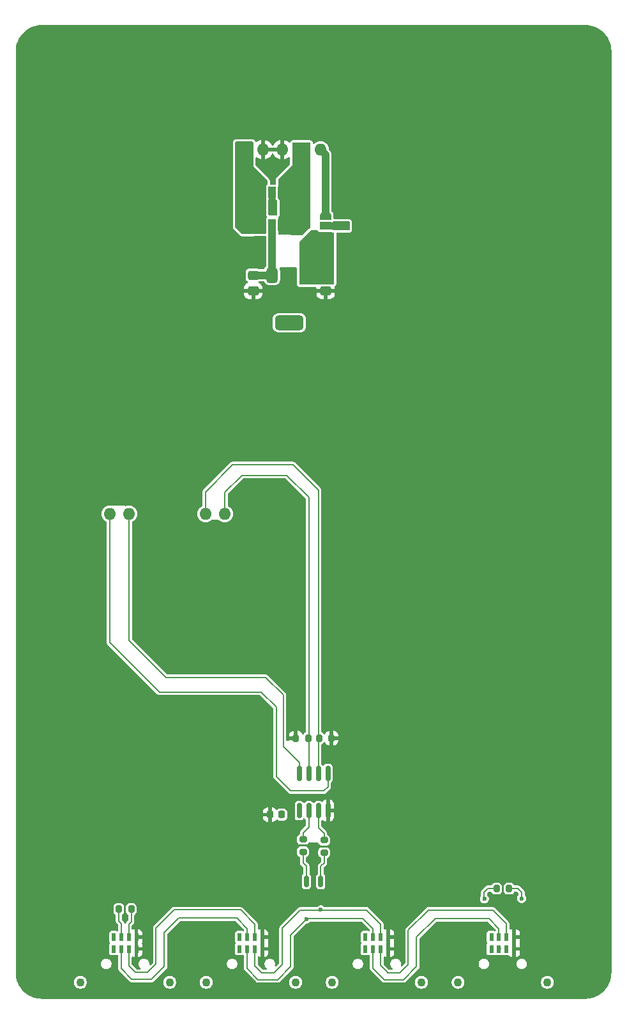
<source format=gbr>
%TF.GenerationSoftware,KiCad,Pcbnew,9.0.6-9.0.6~ubuntu24.04.1*%
%TF.CreationDate,2025-11-24T18:38:17+01:00*%
%TF.ProjectId,COM_BOARD,434f4d5f-424f-4415-9244-2e6b69636164,rev?*%
%TF.SameCoordinates,Original*%
%TF.FileFunction,Copper,L2,Bot*%
%TF.FilePolarity,Positive*%
%FSLAX46Y46*%
G04 Gerber Fmt 4.6, Leading zero omitted, Abs format (unit mm)*
G04 Created by KiCad (PCBNEW 9.0.6-9.0.6~ubuntu24.04.1) date 2025-11-24 18:38:17*
%MOMM*%
%LPD*%
G01*
G04 APERTURE LIST*
G04 Aperture macros list*
%AMRoundRect*
0 Rectangle with rounded corners*
0 $1 Rounding radius*
0 $2 $3 $4 $5 $6 $7 $8 $9 X,Y pos of 4 corners*
0 Add a 4 corners polygon primitive as box body*
4,1,4,$2,$3,$4,$5,$6,$7,$8,$9,$2,$3,0*
0 Add four circle primitives for the rounded corners*
1,1,$1+$1,$2,$3*
1,1,$1+$1,$4,$5*
1,1,$1+$1,$6,$7*
1,1,$1+$1,$8,$9*
0 Add four rect primitives between the rounded corners*
20,1,$1+$1,$2,$3,$4,$5,0*
20,1,$1+$1,$4,$5,$6,$7,0*
20,1,$1+$1,$6,$7,$8,$9,0*
20,1,$1+$1,$8,$9,$2,$3,0*%
%AMFreePoly0*
4,1,23,0.550000,-0.750000,0.000000,-0.750000,0.000000,-0.745722,-0.065263,-0.745722,-0.191342,-0.711940,-0.304381,-0.646677,-0.396677,-0.554381,-0.461940,-0.441342,-0.495722,-0.315263,-0.495722,-0.250000,-0.500000,-0.250000,-0.500000,0.250000,-0.495722,0.250000,-0.495722,0.315263,-0.461940,0.441342,-0.396677,0.554381,-0.304381,0.646677,-0.191342,0.711940,-0.065263,0.745722,0.000000,0.745722,
0.000000,0.750000,0.550000,0.750000,0.550000,-0.750000,0.550000,-0.750000,$1*%
%AMFreePoly1*
4,1,23,0.000000,0.745722,0.065263,0.745722,0.191342,0.711940,0.304381,0.646677,0.396677,0.554381,0.461940,0.441342,0.495722,0.315263,0.495722,0.250000,0.500000,0.250000,0.500000,-0.250000,0.495722,-0.250000,0.495722,-0.315263,0.461940,-0.441342,0.396677,-0.554381,0.304381,-0.646677,0.191342,-0.711940,0.065263,-0.745722,0.000000,-0.745722,0.000000,-0.750000,-0.550000,-0.750000,
-0.550000,0.750000,0.000000,0.750000,0.000000,0.745722,0.000000,0.745722,$1*%
G04 Aperture macros list end*
%TA.AperFunction,ComponentPad*%
%ADD10C,0.800000*%
%TD*%
%TA.AperFunction,ComponentPad*%
%ADD11C,6.400000*%
%TD*%
%TA.AperFunction,SMDPad,CuDef*%
%ADD12RoundRect,0.200000X0.200000X0.275000X-0.200000X0.275000X-0.200000X-0.275000X0.200000X-0.275000X0*%
%TD*%
%TA.AperFunction,SMDPad,CuDef*%
%ADD13RoundRect,0.200000X-0.200000X-0.275000X0.200000X-0.275000X0.200000X0.275000X-0.200000X0.275000X0*%
%TD*%
%TA.AperFunction,SMDPad,CuDef*%
%ADD14FreePoly0,0.000000*%
%TD*%
%TA.AperFunction,SMDPad,CuDef*%
%ADD15R,1.000000X1.500000*%
%TD*%
%TA.AperFunction,SMDPad,CuDef*%
%ADD16FreePoly1,0.000000*%
%TD*%
%TA.AperFunction,SMDPad,CuDef*%
%ADD17FreePoly0,270.000000*%
%TD*%
%TA.AperFunction,SMDPad,CuDef*%
%ADD18R,1.500000X1.000000*%
%TD*%
%TA.AperFunction,SMDPad,CuDef*%
%ADD19FreePoly1,270.000000*%
%TD*%
%TA.AperFunction,SMDPad,CuDef*%
%ADD20R,0.600000X1.050000*%
%TD*%
%TA.AperFunction,ComponentPad*%
%ADD21C,1.090000*%
%TD*%
%TA.AperFunction,ComponentPad*%
%ADD22O,1.600000X1.600000*%
%TD*%
%TA.AperFunction,SMDPad,CuDef*%
%ADD23RoundRect,0.250000X-0.475000X0.337500X-0.475000X-0.337500X0.475000X-0.337500X0.475000X0.337500X0*%
%TD*%
%TA.AperFunction,SMDPad,CuDef*%
%ADD24RoundRect,0.200000X-0.275000X0.200000X-0.275000X-0.200000X0.275000X-0.200000X0.275000X0.200000X0*%
%TD*%
%TA.AperFunction,SMDPad,CuDef*%
%ADD25RoundRect,0.150000X-0.150000X0.825000X-0.150000X-0.825000X0.150000X-0.825000X0.150000X0.825000X0*%
%TD*%
%TA.AperFunction,SMDPad,CuDef*%
%ADD26RoundRect,0.375000X-0.375000X0.625000X-0.375000X-0.625000X0.375000X-0.625000X0.375000X0.625000X0*%
%TD*%
%TA.AperFunction,SMDPad,CuDef*%
%ADD27RoundRect,0.500000X-1.400000X0.500000X-1.400000X-0.500000X1.400000X-0.500000X1.400000X0.500000X0*%
%TD*%
%TA.AperFunction,SMDPad,CuDef*%
%ADD28RoundRect,0.150000X0.150000X-0.587500X0.150000X0.587500X-0.150000X0.587500X-0.150000X-0.587500X0*%
%TD*%
%TA.AperFunction,SMDPad,CuDef*%
%ADD29RoundRect,0.225000X0.225000X0.250000X-0.225000X0.250000X-0.225000X-0.250000X0.225000X-0.250000X0*%
%TD*%
%TA.AperFunction,ViaPad*%
%ADD30C,0.600000*%
%TD*%
%TA.AperFunction,ViaPad*%
%ADD31C,0.500000*%
%TD*%
%TA.AperFunction,Conductor*%
%ADD32C,0.200000*%
%TD*%
%TA.AperFunction,Conductor*%
%ADD33C,1.000000*%
%TD*%
G04 APERTURE END LIST*
D10*
%TO.P,H15,1,1*%
%TO.N,GND*%
X226630000Y-150739999D03*
X227332944Y-149042943D03*
X227332944Y-152437055D03*
X229030000Y-148339999D03*
D11*
X229030000Y-150739999D03*
D10*
X229030000Y-153139999D03*
X230727056Y-149042943D03*
X230727056Y-152437055D03*
X231430000Y-150739999D03*
%TD*%
%TO.P,H13,1,1*%
%TO.N,GND*%
X154630000Y-150739999D03*
X155332944Y-149042943D03*
X155332944Y-152437055D03*
X157030000Y-148339999D03*
D11*
X157030000Y-150739999D03*
D10*
X157030000Y-153139999D03*
X158727056Y-149042943D03*
X158727056Y-152437055D03*
X159430000Y-150739999D03*
%TD*%
%TO.P,H14,1,1*%
%TO.N,GND*%
X205600000Y-99000000D03*
X206302944Y-97302944D03*
X206302944Y-100697056D03*
X208000000Y-96600000D03*
D11*
X208000000Y-99000000D03*
D10*
X208000000Y-101400000D03*
X209697056Y-97302944D03*
X209697056Y-100697056D03*
X210400000Y-99000000D03*
%TD*%
%TO.P,H12,1,1*%
%TO.N,GND*%
X205600000Y-129000000D03*
X206302944Y-127302944D03*
X206302944Y-130697056D03*
X208000000Y-126600000D03*
D11*
X208000000Y-129000000D03*
D10*
X208000000Y-131400000D03*
X209697056Y-127302944D03*
X209697056Y-130697056D03*
X210400000Y-129000000D03*
%TD*%
%TO.P,H11,1,1*%
%TO.N,GND*%
X226630000Y-28740000D03*
X227332944Y-27042944D03*
X227332944Y-30437056D03*
X229030000Y-26340000D03*
D11*
X229030000Y-28740000D03*
D10*
X229030000Y-31140000D03*
X230727056Y-27042944D03*
X230727056Y-30437056D03*
X231430000Y-28740000D03*
%TD*%
%TO.P,H9,1,1*%
%TO.N,GND*%
X154630000Y-28740000D03*
X155332944Y-27042944D03*
X155332944Y-30437056D03*
X157030000Y-26340000D03*
D11*
X157030000Y-28740000D03*
D10*
X157030000Y-31140000D03*
X158727056Y-27042944D03*
X158727056Y-30437056D03*
X159430000Y-28740000D03*
%TD*%
%TO.P,H10,1,1*%
%TO.N,GND*%
X175600000Y-129000000D03*
X176302944Y-127302944D03*
X176302944Y-130697056D03*
X178000000Y-126600000D03*
D11*
X178000000Y-129000000D03*
D10*
X178000000Y-131400000D03*
X179697056Y-127302944D03*
X179697056Y-130697056D03*
X180400000Y-129000000D03*
%TD*%
%TO.P,H16,1,1*%
%TO.N,GND*%
X175600000Y-99000000D03*
X176302944Y-97302944D03*
X176302944Y-100697056D03*
X178000000Y-96600000D03*
D11*
X178000000Y-99000000D03*
D10*
X178000000Y-101400000D03*
X179697056Y-97302944D03*
X179697056Y-100697056D03*
X180400000Y-99000000D03*
%TD*%
D12*
%TO.P,R1_Term1,1*%
%TO.N,Net-(J4-Pad05)*%
X168855000Y-142340000D03*
%TO.P,R1_Term1,2*%
%TO.N,Net-(J4-Pad03)*%
X167205000Y-142340000D03*
%TD*%
D13*
%TO.P,R2_Term1,1*%
%TO.N,Net-(J1-Pad04)*%
X217305000Y-139640000D03*
%TO.P,R2_Term1,2*%
%TO.N,Net-(J1-Pad06)*%
X218955000Y-139640000D03*
%TD*%
D14*
%TO.P,PwrJumper3,1,A*%
%TO.N,VIN*%
X186230000Y-47439999D03*
D15*
%TO.P,PwrJumper3,2,C*%
%TO.N,/VBUS*%
X187530000Y-47439999D03*
D16*
%TO.P,PwrJumper3,3,B*%
%TO.N,+5V*%
X188830000Y-47439999D03*
%TD*%
D17*
%TO.P,PwrJumper2,1,A*%
%TO.N,+3.3V_DISCO*%
X194630000Y-50539999D03*
D18*
%TO.P,PwrJumper2,2,C*%
%TO.N,/VTRANS*%
X194630000Y-51839999D03*
D19*
%TO.P,PwrJumper2,3,B*%
%TO.N,+3.3V*%
X194630000Y-53139999D03*
%TD*%
D12*
%TO.P,R34,1*%
%TO.N,/DRIVE_EN*%
X192325000Y-119700000D03*
%TO.P,R34,2*%
%TO.N,GND*%
X190675000Y-119700000D03*
%TD*%
D14*
%TO.P,PwrJumper1,1,A*%
%TO.N,VIN*%
X186230000Y-51739999D03*
D15*
%TO.P,PwrJumper1,2,C*%
%TO.N,Net-(J10-IN)*%
X187530000Y-51739999D03*
D16*
%TO.P,PwrJumper1,3,B*%
%TO.N,+5V*%
X188830000Y-51739999D03*
%TD*%
D13*
%TO.P,R35,1*%
%TO.N,/RECIEVE_EN*%
X193775000Y-119700000D03*
%TO.P,R35,2*%
%TO.N,GND*%
X195425000Y-119700000D03*
%TD*%
D20*
%TO.P,J4,01,01*%
%TO.N,/VBUS*%
X166530000Y-146073332D03*
%TO.P,J4,02,02*%
X166530000Y-147623332D03*
%TO.P,J4,03,03*%
%TO.N,Net-(J4-Pad03)*%
X167530000Y-146073332D03*
%TO.P,J4,04,04*%
%TO.N,Net-(J3-Pad03)*%
X167530000Y-147623332D03*
%TO.P,J4,05,05*%
%TO.N,Net-(J4-Pad05)*%
X168530000Y-146073332D03*
%TO.P,J4,06,06*%
%TO.N,Net-(J3-Pad05)*%
X168530000Y-147623332D03*
%TO.P,J4,07,07*%
%TO.N,GND*%
X169530000Y-146073332D03*
%TO.P,J4,08,08*%
X169530000Y-147623332D03*
D21*
%TO.P,J4,S1*%
%TO.N,N/C*%
X173955000Y-152048332D03*
%TO.P,J4,S2*%
X162105000Y-152048332D03*
%TD*%
D20*
%TO.P,J1,01,01*%
%TO.N,/VBUS*%
X216605000Y-146073332D03*
%TO.P,J1,02,02*%
X216605000Y-147623332D03*
%TO.P,J1,03,03*%
%TO.N,Net-(J1-Pad03)*%
X217605000Y-146073332D03*
%TO.P,J1,04,04*%
%TO.N,Net-(J1-Pad04)*%
X217605000Y-147623332D03*
%TO.P,J1,05,05*%
%TO.N,Net-(J1-Pad05)*%
X218605000Y-146073332D03*
%TO.P,J1,06,06*%
%TO.N,Net-(J1-Pad06)*%
X218605000Y-147623332D03*
%TO.P,J1,07,07*%
%TO.N,GND*%
X219605000Y-146073332D03*
%TO.P,J1,08,08*%
X219605000Y-147623332D03*
D21*
%TO.P,J1,S1*%
%TO.N,N/C*%
X224030000Y-152048332D03*
%TO.P,J1,S2*%
X212180000Y-152048332D03*
%TD*%
D22*
%TO.P,A1,4,3V3*%
%TO.N,+3.3V_DISCO*%
X193940000Y-41740000D03*
%TO.P,A1,5,+5V*%
%TO.N,+5V*%
X191400000Y-41740000D03*
%TO.P,A1,6,GND*%
%TO.N,GND*%
X188860000Y-41740000D03*
%TO.P,A1,7,GND*%
X186320000Y-41740000D03*
%TO.P,A1,8,VIN*%
%TO.N,VIN*%
X183780000Y-41740000D03*
%TO.P,A1,15,D0/RX*%
%TO.N,/UART_RX*%
X166000000Y-90000000D03*
%TO.P,A1,16,D1/TX*%
%TO.N,/UART_TX*%
X168540000Y-90000000D03*
%TO.P,A1,20,D5*%
%TO.N,/RECIEVE_EN*%
X178700000Y-90000000D03*
%TO.P,A1,21,D6*%
%TO.N,/DRIVE_EN*%
X181240000Y-90000000D03*
%TD*%
D20*
%TO.P,J2,01,01*%
%TO.N,/VBUS*%
X199913333Y-146073333D03*
%TO.P,J2,02,02*%
X199913333Y-147623333D03*
%TO.P,J2,03,03*%
%TO.N,/B*%
X200913333Y-146073333D03*
%TO.P,J2,04,04*%
%TO.N,Net-(J1-Pad03)*%
X200913333Y-147623333D03*
%TO.P,J2,05,05*%
%TO.N,/A*%
X201913333Y-146073333D03*
%TO.P,J2,06,06*%
%TO.N,Net-(J1-Pad05)*%
X201913333Y-147623333D03*
%TO.P,J2,07,07*%
%TO.N,GND*%
X202913333Y-146073333D03*
%TO.P,J2,08,08*%
X202913333Y-147623333D03*
D21*
%TO.P,J2,S1*%
%TO.N,N/C*%
X207338333Y-152048333D03*
%TO.P,J2,S2*%
X195488333Y-152048333D03*
%TD*%
D23*
%TO.P,C19,1*%
%TO.N,Net-(J10-IN)*%
X185030001Y-58402499D03*
%TO.P,C19,2*%
%TO.N,GND*%
X185030001Y-60477499D03*
%TD*%
D24*
%TO.P,R36,1*%
%TO.N,Net-(U1-B)*%
X191630000Y-133115000D03*
%TO.P,R36,2*%
%TO.N,/B*%
X191630000Y-134765000D03*
%TD*%
D23*
%TO.P,C20,1*%
%TO.N,+3.3V*%
X194630000Y-58402499D03*
%TO.P,C20,2*%
%TO.N,GND*%
X194630000Y-60477499D03*
%TD*%
D25*
%TO.P,U1,1,R*%
%TO.N,/UART_TX*%
X191125000Y-124364999D03*
%TO.P,U1,2,~{RE}*%
%TO.N,/DRIVE_EN*%
X192395000Y-124364999D03*
%TO.P,U1,3,DE*%
%TO.N,/RECIEVE_EN*%
X193665000Y-124364999D03*
%TO.P,U1,4,D*%
%TO.N,/UART_RX*%
X194935000Y-124364999D03*
%TO.P,U1,5,GND*%
%TO.N,GND*%
X194935000Y-129314999D03*
%TO.P,U1,6,A*%
%TO.N,Net-(U1-A)*%
X193665000Y-129314999D03*
%TO.P,U1,7,B*%
%TO.N,Net-(U1-B)*%
X192395000Y-129314999D03*
%TO.P,U1,8,VCC*%
%TO.N,/VTRANS*%
X191125000Y-129314999D03*
%TD*%
D26*
%TO.P,J10,1,IN*%
%TO.N,Net-(J10-IN)*%
X187530000Y-58389999D03*
%TO.P,J10,2,GND*%
%TO.N,GND*%
X189830000Y-58390000D03*
%TO.P,J10,3,OUT*%
%TO.N,+3.3V*%
X192130000Y-58389999D03*
D27*
%TO.P,J10,4*%
%TO.N,N/C*%
X189830000Y-64689998D03*
%TD*%
D20*
%TO.P,J3,01,01*%
%TO.N,/VBUS*%
X183221667Y-146073332D03*
%TO.P,J3,02,02*%
X183221667Y-147623332D03*
%TO.P,J3,03,03*%
%TO.N,Net-(J3-Pad03)*%
X184221667Y-146073332D03*
%TO.P,J3,04,04*%
%TO.N,/B*%
X184221667Y-147623332D03*
%TO.P,J3,05,05*%
%TO.N,Net-(J3-Pad05)*%
X185221667Y-146073332D03*
%TO.P,J3,06,06*%
%TO.N,/A*%
X185221667Y-147623332D03*
%TO.P,J3,07,07*%
%TO.N,GND*%
X186221667Y-146073332D03*
%TO.P,J3,08,08*%
X186221667Y-147623332D03*
D21*
%TO.P,J3,S1*%
%TO.N,N/C*%
X190646667Y-152048332D03*
%TO.P,J3,S2*%
X178796667Y-152048332D03*
%TD*%
D28*
%TO.P,D2,1,K*%
%TO.N,/A*%
X193980000Y-138677500D03*
%TO.P,D2,2,K*%
%TO.N,/B*%
X192080000Y-138677500D03*
%TO.P,D2,3,A*%
%TO.N,GND*%
X193030000Y-136802499D03*
%TD*%
D24*
%TO.P,R37,1*%
%TO.N,Net-(U1-A)*%
X194430000Y-133214999D03*
%TO.P,R37,2*%
%TO.N,/A*%
X194430000Y-134864999D03*
%TD*%
D29*
%TO.P,C30,1*%
%TO.N,/VTRANS*%
X188805000Y-129839999D03*
%TO.P,C30,2*%
%TO.N,GND*%
X187255000Y-129839999D03*
%TD*%
D30*
%TO.N,GND*%
X219605000Y-147623332D03*
X221130000Y-116620001D03*
D31*
X169530000Y-146073332D03*
D30*
X156130001Y-36620001D03*
X201130000Y-76620000D03*
X216130001Y-76620000D03*
X231130000Y-86620000D03*
X166100000Y-41600000D03*
X221130000Y-31620000D03*
X221130001Y-81620000D03*
X166130000Y-36620000D03*
X211100000Y-86600000D03*
X211130001Y-91620001D03*
X231130000Y-56620000D03*
X196130000Y-36620001D03*
X206130001Y-121620000D03*
X216130001Y-31620000D03*
X216130000Y-91620000D03*
X211130001Y-121620000D03*
X201130000Y-31620000D03*
X161130000Y-41620000D03*
X201130000Y-81620000D03*
X226130000Y-76620001D03*
X216130001Y-86620000D03*
X216130000Y-111620000D03*
X216130000Y-46620000D03*
X216130001Y-126620000D03*
X226130000Y-91620000D03*
X201130000Y-106620000D03*
X181130000Y-36620001D03*
X221130000Y-96620000D03*
X191130000Y-26620000D03*
X226130000Y-101620000D03*
D31*
X202913333Y-146073333D03*
D30*
X211130001Y-31620000D03*
X161130001Y-36620001D03*
X231130000Y-61620001D03*
X206130000Y-111620000D03*
X226130000Y-86620000D03*
X206130000Y-51620000D03*
X201130000Y-71620000D03*
X231130000Y-116620001D03*
X166130001Y-26620000D03*
X221130000Y-46620000D03*
X211130001Y-81620000D03*
X216130000Y-121620001D03*
X201130000Y-121620000D03*
X221130001Y-26620000D03*
X211130000Y-116620001D03*
X181130000Y-26620000D03*
X226130000Y-116620001D03*
X176100000Y-41599999D03*
X211130000Y-111620000D03*
X231130000Y-121620001D03*
X221130000Y-111620000D03*
X191130000Y-36620001D03*
X201130000Y-66620000D03*
X181100000Y-41600000D03*
X231130000Y-81620000D03*
X206130001Y-116620000D03*
X206130000Y-61620001D03*
X216130000Y-116620001D03*
X216130000Y-101620000D03*
X231130000Y-71620001D03*
D31*
X186221667Y-147623332D03*
D30*
X201100000Y-41600000D03*
X201130000Y-61620000D03*
X201130000Y-46620001D03*
X216130000Y-106620000D03*
X226130000Y-121620001D03*
X206130000Y-56620000D03*
X219605000Y-146073332D03*
X206130001Y-71620000D03*
X201130000Y-96620001D03*
X221130000Y-91620000D03*
X161100001Y-41600000D03*
X211130000Y-46620000D03*
X201130000Y-126620000D03*
X201099999Y-86600000D03*
X171100000Y-41600000D03*
X216130001Y-81620000D03*
X231130000Y-106620000D03*
X201130000Y-111620000D03*
X221130000Y-126620001D03*
X221130000Y-121620001D03*
X206130001Y-91620001D03*
X221130000Y-101620000D03*
X231130000Y-91620000D03*
X201130000Y-26620000D03*
X231130000Y-51620000D03*
X176130000Y-36620000D03*
X231130000Y-126620001D03*
D31*
X186221667Y-146073332D03*
D30*
X226130000Y-46620000D03*
X226130000Y-126620001D03*
X221130000Y-86620000D03*
X186130000Y-36620001D03*
X206130001Y-76620000D03*
X161130001Y-26620000D03*
X231130000Y-76620000D03*
X201100000Y-36600001D03*
X226130000Y-106620000D03*
D31*
X202913333Y-147623333D03*
D30*
X201130000Y-56620000D03*
X231130000Y-111620000D03*
X206130000Y-46620000D03*
X221130000Y-106620000D03*
X221130000Y-76620001D03*
X216130000Y-96620000D03*
X206130001Y-66620000D03*
X206130001Y-81620000D03*
X231130000Y-96620000D03*
X196130000Y-26620000D03*
X161130001Y-31620000D03*
X206100000Y-86600000D03*
X206130001Y-26620000D03*
X231130000Y-101620000D03*
X171130000Y-36620000D03*
X231130000Y-66620001D03*
X211130001Y-76620000D03*
X176130000Y-26620000D03*
X206130001Y-31620000D03*
X156130001Y-41620001D03*
X211130000Y-106620000D03*
X226130000Y-96620000D03*
X226130000Y-31620000D03*
X201130000Y-116620000D03*
X231130000Y-46620000D03*
X201130000Y-101620001D03*
X226130000Y-81620000D03*
X216130001Y-26620000D03*
X211130001Y-26620000D03*
D31*
X169530000Y-147623332D03*
D30*
X171130000Y-26620001D03*
X226130000Y-111620000D03*
X201130000Y-51620000D03*
X186130000Y-26620000D03*
X206130000Y-106620000D03*
X201130000Y-91620001D03*
%TO.N,/A*%
X193980000Y-138677499D03*
D31*
X185221667Y-147623332D03*
X201913333Y-146000000D03*
D30*
X193980000Y-142439999D03*
D31*
%TO.N,/B*%
X184221667Y-147623332D03*
X200913333Y-146064998D03*
D30*
X192080000Y-138677499D03*
X192080000Y-143650000D03*
D31*
%TO.N,Net-(J1-Pad05)*%
X201913333Y-147623333D03*
X218605000Y-146073332D03*
%TO.N,Net-(J1-Pad03)*%
X200913333Y-147623333D03*
X217605000Y-146073332D03*
%TO.N,Net-(J3-Pad03)*%
X184221667Y-146073332D03*
X167530000Y-147700000D03*
%TO.N,Net-(J3-Pad05)*%
X185221668Y-146073332D03*
X168530000Y-147623332D03*
D30*
%TO.N,Net-(J1-Pad06)*%
X220630001Y-140939999D03*
D31*
X218630000Y-147600000D03*
D30*
%TO.N,Net-(J1-Pad04)*%
X215680000Y-140989999D03*
D31*
X217630001Y-147600000D03*
%TO.N,Net-(J4-Pad05)*%
X168530000Y-146073332D03*
%TO.N,Net-(J4-Pad03)*%
X167530000Y-146073332D03*
D30*
%TO.N,/VTRANS*%
X194630000Y-51839999D03*
X188805000Y-129839999D03*
X196130000Y-51839999D03*
X197330001Y-51840000D03*
X191125000Y-129315000D03*
%TO.N,/VBUS*%
X187530000Y-47439999D03*
X183221668Y-147623332D03*
X166530000Y-146073332D03*
X199913333Y-147623334D03*
X216605000Y-147623332D03*
X187630000Y-49439999D03*
X216605000Y-146073332D03*
X183221667Y-146073332D03*
X166530001Y-147623332D03*
X199913333Y-146073333D03*
%TD*%
D32*
%TO.N,/A*%
X186180000Y-150790000D02*
X185221667Y-149831667D01*
X187780000Y-150790000D02*
X186180000Y-150790000D01*
X188880000Y-144889999D02*
X188880000Y-149689999D01*
X200080001Y-142489999D02*
X201913333Y-144323331D01*
X193980000Y-136689999D02*
X193980000Y-138677499D01*
X193930000Y-142489999D02*
X191280000Y-142489999D01*
X193980000Y-142439999D02*
X194030000Y-142489999D01*
X185221667Y-149831667D02*
X185221667Y-147623332D01*
X191280000Y-142489999D02*
X188880000Y-144889999D01*
X188880000Y-149689999D02*
X187780000Y-150790000D01*
X193980000Y-142439999D02*
X193930000Y-142489999D01*
X194430000Y-136239999D02*
X193980000Y-136689999D01*
X194030000Y-142489999D02*
X200080001Y-142489999D01*
X201913333Y-144323331D02*
X201913333Y-146000000D01*
X194430000Y-134864999D02*
X194430000Y-136239999D01*
X201913333Y-146000000D02*
X201913333Y-146064998D01*
%TO.N,/B*%
X188280000Y-151689999D02*
X189980000Y-149989999D01*
X185680001Y-151689999D02*
X184221667Y-150231665D01*
X189980001Y-145789999D02*
X192180001Y-143589999D01*
X192180001Y-143589999D02*
X199580000Y-143589999D01*
X191630000Y-136239999D02*
X192080000Y-136689999D01*
X192080000Y-136689999D02*
X192080001Y-138639999D01*
X191630000Y-134765000D02*
X191630000Y-136239999D01*
X199580000Y-143589999D02*
X200913333Y-144923332D01*
X200913333Y-144923332D02*
X200913333Y-146064998D01*
X192080001Y-138639999D02*
X192080000Y-138677499D01*
X185680001Y-151689999D02*
X188280000Y-151689999D01*
X184221667Y-150231665D02*
X184221667Y-147623332D01*
X189980000Y-149989999D02*
X189980001Y-145789999D01*
%TO.N,+3.3V*%
X192142500Y-58402499D02*
X192130000Y-58390000D01*
%TO.N,/DRIVE_EN*%
X189500000Y-84900000D02*
X183500000Y-84900000D01*
X181240000Y-87160000D02*
X181240000Y-90000000D01*
X183500000Y-84900000D02*
X181240000Y-87160000D01*
X192395000Y-87795000D02*
X189500000Y-84900000D01*
X192395000Y-124364999D02*
X192395000Y-87795000D01*
%TO.N,/RECIEVE_EN*%
X190300000Y-83500000D02*
X182300000Y-83500000D01*
X178700000Y-87100000D02*
X178700000Y-90000000D01*
X193665000Y-124364999D02*
X193665000Y-86865000D01*
X182300000Y-83500000D02*
X178700000Y-87100000D01*
X193665000Y-86865000D02*
X190300000Y-83500000D01*
%TO.N,Net-(U1-B)*%
X191630000Y-132239999D02*
X192395000Y-131475000D01*
X191630000Y-133114999D02*
X191630000Y-132239999D01*
X192395000Y-131475000D02*
X192395000Y-129314999D01*
%TO.N,Net-(U1-A)*%
X193665000Y-131574999D02*
X193665001Y-129314999D01*
X194430000Y-132340000D02*
X193665000Y-131574999D01*
X194430000Y-133214999D02*
X194430000Y-132340000D01*
%TO.N,/UART_TX*%
X191125000Y-122925000D02*
X189000000Y-120800000D01*
X168540000Y-106740000D02*
X168540000Y-90000000D01*
X189000000Y-114000000D02*
X186700000Y-111700000D01*
X186700000Y-111700000D02*
X173500000Y-111700000D01*
X173500000Y-111700000D02*
X168540000Y-106740000D01*
X191125000Y-124364999D02*
X191125000Y-122925000D01*
X189000000Y-120800000D02*
X189000000Y-114000000D01*
%TO.N,/UART_RX*%
X194400000Y-126700000D02*
X190000000Y-126700000D01*
X188100000Y-124800000D02*
X188100000Y-115600000D01*
X188100000Y-115600000D02*
X186100000Y-113600000D01*
X194935000Y-124364999D02*
X194935000Y-126165000D01*
X190000000Y-126700000D02*
X188100000Y-124800000D01*
X166000000Y-107000000D02*
X166000000Y-90000000D01*
X186100000Y-113600000D02*
X172600000Y-113600000D01*
X172600000Y-113600000D02*
X166000000Y-107000000D01*
X194935000Y-126165000D02*
X194400000Y-126700000D01*
%TO.N,Net-(J10-IN)*%
X187517500Y-58402499D02*
X187530000Y-58389999D01*
D33*
X187530000Y-51739999D02*
X187530000Y-58389999D01*
X185030000Y-58402499D02*
X187517500Y-58402499D01*
D32*
%TO.N,Net-(J1-Pad05)*%
X202900000Y-150790000D02*
X201913333Y-149803333D01*
X202880000Y-150790000D02*
X202900000Y-150790000D01*
X201913333Y-149803333D02*
X201913333Y-147623333D01*
X204480000Y-150790000D02*
X205580000Y-149689999D01*
X216780000Y-142489999D02*
X218605000Y-144314999D01*
X208230000Y-142489999D02*
X216780000Y-142489999D01*
X202900000Y-150790000D02*
X204480000Y-150790000D01*
X218605000Y-144314999D02*
X218605000Y-146073332D01*
X205580000Y-149689999D02*
X205580000Y-145139999D01*
X205580000Y-145139999D02*
X208230000Y-142489999D01*
%TO.N,Net-(J1-Pad03)*%
X216280000Y-143589999D02*
X217605000Y-144914999D01*
X206680000Y-146089999D02*
X209180000Y-143589999D01*
X202380000Y-151689999D02*
X204980000Y-151689999D01*
X204980000Y-151689999D02*
X206680000Y-149989999D01*
X217605000Y-144914999D02*
X217605000Y-146073332D01*
X200913333Y-150223332D02*
X200913333Y-147623333D01*
X209180000Y-143589999D02*
X216280000Y-143589999D01*
X202380000Y-151689999D02*
X200913333Y-150223332D01*
X206680000Y-149989999D02*
X206680000Y-146089999D01*
%TO.N,Net-(J3-Pad03)*%
X173230000Y-145489999D02*
X175180000Y-143539999D01*
X167530000Y-150240000D02*
X168930000Y-151640000D01*
X171530000Y-151639999D02*
X173230000Y-149939999D01*
X182830001Y-143539999D02*
X184221667Y-144931666D01*
X184221667Y-144931666D02*
X184221667Y-146073332D01*
X173230000Y-149939999D02*
X173230000Y-145489999D01*
X167530000Y-147700000D02*
X167530000Y-150240000D01*
X168930000Y-151640000D02*
X171530000Y-151639999D01*
X167530000Y-147623333D02*
X167530000Y-147700000D01*
X175180000Y-143539999D02*
X182830001Y-143539999D01*
%TO.N,Net-(J3-Pad05)*%
X174530000Y-142439999D02*
X183330001Y-142439999D01*
X168530000Y-149839999D02*
X169430000Y-150739999D01*
X172130000Y-144839999D02*
X174530000Y-142439999D01*
X183330001Y-142439999D02*
X185221668Y-144331666D01*
X169430000Y-150739999D02*
X171030001Y-150739999D01*
X172130001Y-149639999D02*
X172130000Y-144839999D01*
X185221668Y-144331666D02*
X185221668Y-146073332D01*
X168530000Y-147623332D02*
X168530000Y-149839999D01*
X171030001Y-150739999D02*
X172130001Y-149639999D01*
D33*
%TO.N,+3.3V_DISCO*%
X194630000Y-50539999D02*
X194630000Y-42429999D01*
X194630000Y-42429999D02*
X193940000Y-41740000D01*
D32*
%TO.N,Net-(J1-Pad06)*%
X220130001Y-139640000D02*
X218955001Y-139639999D01*
X220630001Y-140939999D02*
X220630000Y-140139999D01*
X220630000Y-140139999D02*
X220130001Y-139640000D01*
%TO.N,Net-(J1-Pad04)*%
X215630000Y-140139999D02*
X216130000Y-139639999D01*
X215630001Y-140939999D02*
X215630000Y-140139999D01*
X216130000Y-139639999D02*
X217305000Y-139640000D01*
%TO.N,Net-(J4-Pad05)*%
X168855000Y-144014999D02*
X168530000Y-144339999D01*
X168855001Y-142339999D02*
X168855000Y-144014999D01*
X168530000Y-144339999D02*
X168530000Y-146073332D01*
%TO.N,Net-(J4-Pad03)*%
X167205000Y-143915000D02*
X167530000Y-144239999D01*
X167530000Y-144239999D02*
X167530000Y-146073332D01*
X167205000Y-142339999D02*
X167205000Y-143915000D01*
%TD*%
%TA.AperFunction,Conductor*%
%TO.N,GND*%
G36*
X189110000Y-43016606D02*
G01*
X189164421Y-43007988D01*
X189359031Y-42944754D01*
X189541349Y-42851859D01*
X189706894Y-42731582D01*
X189706895Y-42731582D01*
X189712819Y-42725659D01*
X189774142Y-42692174D01*
X189843834Y-42697158D01*
X189899767Y-42739030D01*
X189924184Y-42804494D01*
X189924500Y-42813340D01*
X189924500Y-43618499D01*
X189904815Y-43685538D01*
X189888181Y-43706180D01*
X188150311Y-45444049D01*
X188150295Y-45444066D01*
X188128440Y-45468396D01*
X188111775Y-45489077D01*
X188107448Y-45494575D01*
X188107447Y-45494577D01*
X188056560Y-45594655D01*
X188036877Y-45661686D01*
X188024500Y-45747767D01*
X188024500Y-46265499D01*
X188004815Y-46332538D01*
X187952011Y-46378293D01*
X187900500Y-46389499D01*
X187359500Y-46389499D01*
X187292461Y-46369814D01*
X187246706Y-46317010D01*
X187235500Y-46265499D01*
X187235500Y-45931266D01*
X187235390Y-45929225D01*
X187233749Y-45898608D01*
X187230915Y-45872250D01*
X187230080Y-45865245D01*
X187195297Y-45758498D01*
X187195295Y-45758493D01*
X187161810Y-45697171D01*
X187109710Y-45627575D01*
X187109705Y-45627570D01*
X187109702Y-45627565D01*
X187109698Y-45627561D01*
X187109692Y-45627554D01*
X185371819Y-43889681D01*
X185338334Y-43828358D01*
X185335500Y-43802000D01*
X185335500Y-42874971D01*
X185355185Y-42807932D01*
X185407989Y-42762177D01*
X185477147Y-42752233D01*
X185532386Y-42774653D01*
X185638650Y-42851859D01*
X185820968Y-42944754D01*
X186015578Y-43007988D01*
X186070000Y-43016607D01*
X186070000Y-42173012D01*
X186127007Y-42205925D01*
X186254174Y-42240000D01*
X186385826Y-42240000D01*
X186512993Y-42205925D01*
X186570000Y-42173012D01*
X186570000Y-43016606D01*
X186624421Y-43007988D01*
X186819031Y-42944754D01*
X187001349Y-42851859D01*
X187166894Y-42731582D01*
X187166895Y-42731582D01*
X187311582Y-42586895D01*
X187311582Y-42586894D01*
X187431859Y-42421349D01*
X187479515Y-42327820D01*
X187527489Y-42277024D01*
X187595310Y-42260229D01*
X187661445Y-42282766D01*
X187700485Y-42327820D01*
X187748140Y-42421349D01*
X187868417Y-42586894D01*
X187868417Y-42586895D01*
X188013104Y-42731582D01*
X188178650Y-42851859D01*
X188360968Y-42944754D01*
X188555578Y-43007988D01*
X188610000Y-43016607D01*
X188610000Y-42173012D01*
X188667007Y-42205925D01*
X188794174Y-42240000D01*
X188925826Y-42240000D01*
X189052993Y-42205925D01*
X189110000Y-42173012D01*
X189110000Y-43016606D01*
G37*
%TD.AperFunction*%
%TA.AperFunction,Conductor*%
G36*
X188394075Y-41547007D02*
G01*
X188360000Y-41674174D01*
X188360000Y-41805826D01*
X188394075Y-41932993D01*
X188426988Y-41990000D01*
X186753012Y-41990000D01*
X186785925Y-41932993D01*
X186820000Y-41805826D01*
X186820000Y-41674174D01*
X186785925Y-41547007D01*
X186753012Y-41490000D01*
X188426988Y-41490000D01*
X188394075Y-41547007D01*
G37*
%TD.AperFunction*%
%TA.AperFunction,Conductor*%
G36*
X229033033Y-25240647D02*
G01*
X229366930Y-25257051D01*
X229379038Y-25258243D01*
X229706703Y-25306848D01*
X229718621Y-25309219D01*
X230039946Y-25389706D01*
X230051589Y-25393239D01*
X230122809Y-25418722D01*
X230363467Y-25504831D01*
X230374688Y-25509478D01*
X230674164Y-25651119D01*
X230684872Y-25656843D01*
X230968989Y-25827136D01*
X230979107Y-25833896D01*
X231245171Y-26031223D01*
X231254577Y-26038943D01*
X231500014Y-26261394D01*
X231508605Y-26269985D01*
X231695756Y-26476474D01*
X231731056Y-26515422D01*
X231738776Y-26524828D01*
X231936103Y-26790892D01*
X231942863Y-26801010D01*
X232113151Y-27085120D01*
X232118886Y-27095847D01*
X232260515Y-27395297D01*
X232265171Y-27406540D01*
X232376760Y-27718410D01*
X232380293Y-27730055D01*
X232460778Y-28051370D01*
X232463152Y-28063304D01*
X232511755Y-28390959D01*
X232512948Y-28403070D01*
X232529351Y-28736964D01*
X232529500Y-28743048D01*
X232529500Y-150736947D01*
X232529351Y-150743032D01*
X232512947Y-151076927D01*
X232511754Y-151089036D01*
X232463151Y-151416693D01*
X232460777Y-151428629D01*
X232380291Y-151749947D01*
X232376759Y-151761591D01*
X232268841Y-152063204D01*
X232265173Y-152073455D01*
X232260516Y-152084698D01*
X232118886Y-152384150D01*
X232113149Y-152394882D01*
X231942862Y-152678988D01*
X231936102Y-152689106D01*
X231738775Y-152955170D01*
X231731055Y-152964576D01*
X231508611Y-153210006D01*
X231500006Y-153218611D01*
X231254577Y-153441055D01*
X231245171Y-153448775D01*
X230979106Y-153646102D01*
X230968988Y-153652862D01*
X230684883Y-153823148D01*
X230674151Y-153828885D01*
X230374702Y-153970514D01*
X230363459Y-153975170D01*
X230051588Y-154086759D01*
X230039944Y-154090292D01*
X229718630Y-154170777D01*
X229706694Y-154173151D01*
X229379037Y-154221754D01*
X229366928Y-154222947D01*
X229051959Y-154238421D01*
X229033051Y-154239350D01*
X229026969Y-154239499D01*
X157033051Y-154239499D01*
X157026968Y-154239350D01*
X157006900Y-154238364D01*
X156693071Y-154222946D01*
X156680961Y-154221753D01*
X156353305Y-154173150D01*
X156341371Y-154170776D01*
X156020056Y-154090291D01*
X156008411Y-154086758D01*
X155696541Y-153975169D01*
X155685302Y-153970514D01*
X155385844Y-153828882D01*
X155375118Y-153823148D01*
X155172498Y-153701702D01*
X155091011Y-153652861D01*
X155080893Y-153646101D01*
X154814829Y-153448774D01*
X154805423Y-153441054D01*
X154766475Y-153405754D01*
X154559986Y-153218603D01*
X154551395Y-153210012D01*
X154328944Y-152964575D01*
X154321224Y-152955169D01*
X154275734Y-152893833D01*
X154123896Y-152689102D01*
X154117138Y-152678987D01*
X154062186Y-152587306D01*
X153946849Y-152394878D01*
X153941114Y-152384149D01*
X153898929Y-152294956D01*
X153799483Y-152084696D01*
X153794832Y-152073464D01*
X153768818Y-152000760D01*
X153768816Y-152000756D01*
X153756041Y-151965053D01*
X161259500Y-151965053D01*
X161259500Y-152131610D01*
X161291990Y-152294947D01*
X161291992Y-152294955D01*
X161355728Y-152448827D01*
X161355728Y-152448828D01*
X161448255Y-152587305D01*
X161448261Y-152587312D01*
X161566019Y-152705070D01*
X161566026Y-152705076D01*
X161704504Y-152797603D01*
X161704505Y-152797603D01*
X161704506Y-152797604D01*
X161858377Y-152861340D01*
X162021721Y-152893831D01*
X162021725Y-152893832D01*
X162021726Y-152893832D01*
X162188275Y-152893832D01*
X162188276Y-152893831D01*
X162351623Y-152861340D01*
X162505494Y-152797604D01*
X162505495Y-152797603D01*
X162505496Y-152797603D01*
X162643972Y-152705077D01*
X162643975Y-152705075D01*
X162761743Y-152587307D01*
X162808007Y-152518066D01*
X162854271Y-152448828D01*
X162854271Y-152448827D01*
X162854272Y-152448826D01*
X162918008Y-152294955D01*
X162950500Y-152131606D01*
X162950500Y-151965058D01*
X162918008Y-151801709D01*
X162854272Y-151647838D01*
X162854271Y-151647836D01*
X162854271Y-151647835D01*
X162761744Y-151509358D01*
X162761738Y-151509351D01*
X162643980Y-151391593D01*
X162643973Y-151391587D01*
X162505495Y-151299060D01*
X162351623Y-151235324D01*
X162351615Y-151235322D01*
X162188278Y-151202832D01*
X162188274Y-151202832D01*
X162021726Y-151202832D01*
X162021721Y-151202832D01*
X161858384Y-151235322D01*
X161858376Y-151235324D01*
X161704504Y-151299060D01*
X161704503Y-151299060D01*
X161566026Y-151391587D01*
X161566019Y-151391593D01*
X161448261Y-151509351D01*
X161448255Y-151509358D01*
X161355728Y-151647835D01*
X161355728Y-151647836D01*
X161291992Y-151801708D01*
X161291990Y-151801716D01*
X161259500Y-151965053D01*
X153756041Y-151965053D01*
X153683234Y-151761570D01*
X153679709Y-151749947D01*
X153599221Y-151428620D01*
X153596849Y-151416693D01*
X153593125Y-151391590D01*
X153548246Y-151089036D01*
X153547053Y-151076926D01*
X153542713Y-150988592D01*
X153530650Y-150743031D01*
X153530501Y-150736948D01*
X153530501Y-150736947D01*
X153530501Y-150674107D01*
X153530500Y-150674106D01*
X153530500Y-149666835D01*
X164834499Y-149666835D01*
X164861226Y-149801196D01*
X164861229Y-149801206D01*
X164913652Y-149927768D01*
X164913659Y-149927781D01*
X164989769Y-150041686D01*
X164989772Y-150041690D01*
X165086641Y-150138559D01*
X165086645Y-150138562D01*
X165200550Y-150214672D01*
X165200563Y-150214679D01*
X165251825Y-150235912D01*
X165327130Y-150267104D01*
X165327134Y-150267104D01*
X165327135Y-150267105D01*
X165461496Y-150293832D01*
X165461499Y-150293832D01*
X165598503Y-150293832D01*
X165688898Y-150275850D01*
X165732870Y-150267104D01*
X165856220Y-150216011D01*
X165859436Y-150214679D01*
X165859436Y-150214678D01*
X165859443Y-150214676D01*
X165973355Y-150138562D01*
X166070230Y-150041687D01*
X166146344Y-149927775D01*
X166148848Y-149921731D01*
X166185179Y-149834018D01*
X166198772Y-149801202D01*
X166216829Y-149710425D01*
X166225500Y-149666835D01*
X166225500Y-149529828D01*
X166198773Y-149395467D01*
X166198772Y-149395463D01*
X166198772Y-149395462D01*
X166146347Y-149268896D01*
X166146347Y-149268895D01*
X166146340Y-149268882D01*
X166070230Y-149154977D01*
X166070227Y-149154973D01*
X165973358Y-149058104D01*
X165973354Y-149058101D01*
X165859449Y-148981991D01*
X165859436Y-148981984D01*
X165732874Y-148929561D01*
X165732864Y-148929558D01*
X165598503Y-148902832D01*
X165598501Y-148902832D01*
X165461499Y-148902832D01*
X165461497Y-148902832D01*
X165327135Y-148929558D01*
X165327125Y-148929561D01*
X165200563Y-148981984D01*
X165200550Y-148981991D01*
X165086645Y-149058101D01*
X165086641Y-149058104D01*
X164989772Y-149154973D01*
X164989769Y-149154977D01*
X164913659Y-149268882D01*
X164913652Y-149268895D01*
X164861229Y-149395457D01*
X164861226Y-149395467D01*
X164834500Y-149529828D01*
X164834500Y-149529829D01*
X164834500Y-149529831D01*
X164834500Y-149666833D01*
X164834500Y-149666835D01*
X164834499Y-149666835D01*
X153530500Y-149666835D01*
X153530500Y-145503463D01*
X165929500Y-145503463D01*
X165929500Y-146643188D01*
X165929502Y-146643214D01*
X165932413Y-146668319D01*
X165932415Y-146668323D01*
X165977791Y-146771092D01*
X165982699Y-146778256D01*
X166004344Y-146844688D01*
X165986638Y-146912277D01*
X165982699Y-146918408D01*
X165977792Y-146925570D01*
X165932415Y-147028338D01*
X165932415Y-147028340D01*
X165929500Y-147053463D01*
X165929500Y-148193188D01*
X165929502Y-148193214D01*
X165932413Y-148218319D01*
X165932415Y-148218323D01*
X165977793Y-148321096D01*
X165977794Y-148321097D01*
X166057235Y-148400538D01*
X166160009Y-148445917D01*
X166185135Y-148448832D01*
X166874864Y-148448831D01*
X166874879Y-148448829D01*
X166874882Y-148448829D01*
X166899987Y-148445918D01*
X166899987Y-148445917D01*
X166899991Y-148445917D01*
X166955415Y-148421444D01*
X167024691Y-148412373D01*
X167087876Y-148442196D01*
X167124908Y-148501445D01*
X167129500Y-148534879D01*
X167129500Y-150187273D01*
X167129500Y-150292727D01*
X167132301Y-150303180D01*
X167156793Y-150394589D01*
X167183156Y-150440250D01*
X167209520Y-150485913D01*
X168684087Y-151960480D01*
X168763174Y-152006141D01*
X168775408Y-152013205D01*
X168775412Y-152013207D01*
X168877273Y-152040500D01*
X168877275Y-152040500D01*
X169034081Y-152040500D01*
X169034090Y-152040499D01*
X171582725Y-152040499D01*
X171582727Y-152040499D01*
X171684588Y-152013206D01*
X171767991Y-151965053D01*
X173109500Y-151965053D01*
X173109500Y-152131610D01*
X173141990Y-152294947D01*
X173141992Y-152294955D01*
X173205728Y-152448827D01*
X173205728Y-152448828D01*
X173298255Y-152587305D01*
X173298261Y-152587312D01*
X173416019Y-152705070D01*
X173416026Y-152705076D01*
X173554504Y-152797603D01*
X173554505Y-152797603D01*
X173554506Y-152797604D01*
X173708377Y-152861340D01*
X173871721Y-152893831D01*
X173871725Y-152893832D01*
X173871726Y-152893832D01*
X174038275Y-152893832D01*
X174038276Y-152893831D01*
X174201623Y-152861340D01*
X174355494Y-152797604D01*
X174355495Y-152797603D01*
X174355496Y-152797603D01*
X174493972Y-152705077D01*
X174493975Y-152705075D01*
X174611743Y-152587307D01*
X174658007Y-152518066D01*
X174704271Y-152448828D01*
X174704271Y-152448827D01*
X174704272Y-152448826D01*
X174768008Y-152294955D01*
X174800500Y-152131606D01*
X174800500Y-151965058D01*
X174800499Y-151965053D01*
X177951167Y-151965053D01*
X177951167Y-152131610D01*
X177983657Y-152294947D01*
X177983659Y-152294955D01*
X178047395Y-152448827D01*
X178047395Y-152448828D01*
X178139922Y-152587305D01*
X178139928Y-152587312D01*
X178257686Y-152705070D01*
X178257693Y-152705076D01*
X178396171Y-152797603D01*
X178396172Y-152797603D01*
X178396173Y-152797604D01*
X178550044Y-152861340D01*
X178713388Y-152893831D01*
X178713392Y-152893832D01*
X178713393Y-152893832D01*
X178879942Y-152893832D01*
X178879943Y-152893831D01*
X179043290Y-152861340D01*
X179197161Y-152797604D01*
X179197162Y-152797603D01*
X179197163Y-152797603D01*
X179335639Y-152705077D01*
X179335642Y-152705075D01*
X179453410Y-152587307D01*
X179499674Y-152518066D01*
X179545938Y-152448828D01*
X179545938Y-152448827D01*
X179545939Y-152448826D01*
X179609675Y-152294955D01*
X179642167Y-152131606D01*
X179642167Y-151965058D01*
X179609675Y-151801709D01*
X179545939Y-151647838D01*
X179545938Y-151647836D01*
X179545938Y-151647835D01*
X179453411Y-151509358D01*
X179453405Y-151509351D01*
X179335647Y-151391593D01*
X179335640Y-151391587D01*
X179197162Y-151299060D01*
X179043290Y-151235324D01*
X179043282Y-151235322D01*
X178879945Y-151202832D01*
X178879941Y-151202832D01*
X178713393Y-151202832D01*
X178713388Y-151202832D01*
X178550051Y-151235322D01*
X178550043Y-151235324D01*
X178396171Y-151299060D01*
X178396170Y-151299060D01*
X178257693Y-151391587D01*
X178257686Y-151391593D01*
X178139928Y-151509351D01*
X178139922Y-151509358D01*
X178047395Y-151647835D01*
X178047395Y-151647836D01*
X177983659Y-151801708D01*
X177983657Y-151801716D01*
X177951167Y-151965053D01*
X174800499Y-151965053D01*
X174768008Y-151801709D01*
X174704272Y-151647838D01*
X174704271Y-151647836D01*
X174704271Y-151647835D01*
X174611744Y-151509358D01*
X174611738Y-151509351D01*
X174493980Y-151391593D01*
X174493973Y-151391587D01*
X174355495Y-151299060D01*
X174201623Y-151235324D01*
X174201615Y-151235322D01*
X174038278Y-151202832D01*
X174038274Y-151202832D01*
X173871726Y-151202832D01*
X173871721Y-151202832D01*
X173708384Y-151235322D01*
X173708376Y-151235324D01*
X173554504Y-151299060D01*
X173554503Y-151299060D01*
X173416026Y-151391587D01*
X173416019Y-151391593D01*
X173298261Y-151509351D01*
X173298255Y-151509358D01*
X173205728Y-151647835D01*
X173205728Y-151647836D01*
X173141992Y-151801708D01*
X173141990Y-151801716D01*
X173109500Y-151965053D01*
X171767991Y-151965053D01*
X171775913Y-151960479D01*
X173550480Y-150185912D01*
X173603207Y-150094587D01*
X173630500Y-149992726D01*
X173630500Y-149887272D01*
X173630500Y-149666835D01*
X181526166Y-149666835D01*
X181552893Y-149801196D01*
X181552896Y-149801206D01*
X181605319Y-149927768D01*
X181605326Y-149927781D01*
X181681436Y-150041686D01*
X181681439Y-150041690D01*
X181778308Y-150138559D01*
X181778312Y-150138562D01*
X181892217Y-150214672D01*
X181892230Y-150214679D01*
X181943492Y-150235912D01*
X182018797Y-150267104D01*
X182018801Y-150267104D01*
X182018802Y-150267105D01*
X182153163Y-150293832D01*
X182153166Y-150293832D01*
X182290170Y-150293832D01*
X182380565Y-150275850D01*
X182424537Y-150267104D01*
X182547887Y-150216011D01*
X182551103Y-150214679D01*
X182551103Y-150214678D01*
X182551110Y-150214676D01*
X182665022Y-150138562D01*
X182761897Y-150041687D01*
X182838011Y-149927775D01*
X182840515Y-149921731D01*
X182876846Y-149834018D01*
X182890439Y-149801202D01*
X182908496Y-149710425D01*
X182917167Y-149666835D01*
X182917167Y-149529828D01*
X182890440Y-149395467D01*
X182890439Y-149395463D01*
X182890439Y-149395462D01*
X182838014Y-149268896D01*
X182838014Y-149268895D01*
X182838007Y-149268882D01*
X182761897Y-149154977D01*
X182761894Y-149154973D01*
X182665025Y-149058104D01*
X182665021Y-149058101D01*
X182551116Y-148981991D01*
X182551103Y-148981984D01*
X182424541Y-148929561D01*
X182424531Y-148929558D01*
X182290170Y-148902832D01*
X182290168Y-148902832D01*
X182153166Y-148902832D01*
X182153164Y-148902832D01*
X182018802Y-148929558D01*
X182018792Y-148929561D01*
X181892230Y-148981984D01*
X181892217Y-148981991D01*
X181778312Y-149058101D01*
X181778308Y-149058104D01*
X181681439Y-149154973D01*
X181681436Y-149154977D01*
X181605326Y-149268882D01*
X181605319Y-149268895D01*
X181552896Y-149395457D01*
X181552893Y-149395467D01*
X181526167Y-149529828D01*
X181526167Y-149529829D01*
X181526167Y-149529831D01*
X181526167Y-149666833D01*
X181526167Y-149666835D01*
X181526166Y-149666835D01*
X173630500Y-149666835D01*
X173630500Y-145707254D01*
X173650185Y-145640215D01*
X173666819Y-145619573D01*
X175309574Y-143976818D01*
X175370897Y-143943333D01*
X175397255Y-143940499D01*
X182612746Y-143940499D01*
X182679785Y-143960184D01*
X182700427Y-143976818D01*
X183784848Y-145061239D01*
X183799551Y-145088166D01*
X183816144Y-145113985D01*
X183817035Y-145120185D01*
X183818333Y-145122562D01*
X183821167Y-145148920D01*
X183821167Y-145161784D01*
X183801482Y-145228823D01*
X183748678Y-145274578D01*
X183679520Y-145284522D01*
X183647081Y-145275218D01*
X183591662Y-145250748D01*
X183591658Y-145250747D01*
X183566532Y-145247832D01*
X182876810Y-145247832D01*
X182876784Y-145247834D01*
X182851679Y-145250745D01*
X182851675Y-145250747D01*
X182748902Y-145296125D01*
X182669461Y-145375566D01*
X182624082Y-145478338D01*
X182624082Y-145478340D01*
X182621167Y-145503463D01*
X182621167Y-146643188D01*
X182621169Y-146643214D01*
X182624080Y-146668319D01*
X182624082Y-146668323D01*
X182669458Y-146771092D01*
X182674366Y-146778256D01*
X182696011Y-146844688D01*
X182678305Y-146912277D01*
X182674366Y-146918408D01*
X182669459Y-146925570D01*
X182624082Y-147028338D01*
X182624082Y-147028340D01*
X182621167Y-147053463D01*
X182621167Y-148193188D01*
X182621169Y-148193214D01*
X182624080Y-148218319D01*
X182624082Y-148218323D01*
X182669460Y-148321096D01*
X182669461Y-148321097D01*
X182748902Y-148400538D01*
X182851676Y-148445917D01*
X182876802Y-148448832D01*
X183566531Y-148448831D01*
X183566546Y-148448829D01*
X183566549Y-148448829D01*
X183591654Y-148445918D01*
X183591654Y-148445917D01*
X183591658Y-148445917D01*
X183647082Y-148421444D01*
X183716358Y-148412373D01*
X183779543Y-148442196D01*
X183816575Y-148501445D01*
X183821167Y-148534879D01*
X183821167Y-150178938D01*
X183821167Y-150284392D01*
X183823697Y-150293833D01*
X183848460Y-150386254D01*
X183874823Y-150431915D01*
X183901187Y-150477578D01*
X185359519Y-151935909D01*
X185359521Y-151935912D01*
X185434088Y-152010479D01*
X185486086Y-152040500D01*
X185525414Y-152063206D01*
X185627274Y-152090500D01*
X185627276Y-152090500D01*
X185740324Y-152090500D01*
X185740340Y-152090499D01*
X188332725Y-152090499D01*
X188332727Y-152090499D01*
X188434588Y-152063206D01*
X188525913Y-152010479D01*
X188571339Y-151965053D01*
X189801167Y-151965053D01*
X189801167Y-152131610D01*
X189833657Y-152294947D01*
X189833659Y-152294955D01*
X189897395Y-152448827D01*
X189897395Y-152448828D01*
X189989922Y-152587305D01*
X189989928Y-152587312D01*
X190107686Y-152705070D01*
X190107693Y-152705076D01*
X190246171Y-152797603D01*
X190246172Y-152797603D01*
X190246173Y-152797604D01*
X190400044Y-152861340D01*
X190563388Y-152893831D01*
X190563392Y-152893832D01*
X190563393Y-152893832D01*
X190729942Y-152893832D01*
X190729943Y-152893831D01*
X190893290Y-152861340D01*
X191047161Y-152797604D01*
X191047162Y-152797603D01*
X191047163Y-152797603D01*
X191185639Y-152705077D01*
X191185642Y-152705075D01*
X191303410Y-152587307D01*
X191349674Y-152518066D01*
X191395938Y-152448828D01*
X191395938Y-152448827D01*
X191395939Y-152448826D01*
X191459675Y-152294955D01*
X191492167Y-152131606D01*
X191492167Y-151965058D01*
X191492166Y-151965054D01*
X194642833Y-151965054D01*
X194642833Y-152131611D01*
X194675323Y-152294948D01*
X194675325Y-152294956D01*
X194739061Y-152448828D01*
X194739061Y-152448829D01*
X194831588Y-152587306D01*
X194831594Y-152587313D01*
X194949352Y-152705071D01*
X194949359Y-152705077D01*
X195087837Y-152797604D01*
X195087838Y-152797604D01*
X195087839Y-152797605D01*
X195241710Y-152861341D01*
X195405049Y-152893831D01*
X195405054Y-152893832D01*
X195405058Y-152893833D01*
X195405059Y-152893833D01*
X195571608Y-152893833D01*
X195571609Y-152893832D01*
X195734956Y-152861341D01*
X195888827Y-152797605D01*
X195888828Y-152797604D01*
X195888829Y-152797604D01*
X195958067Y-152751340D01*
X196027308Y-152705076D01*
X196145076Y-152587308D01*
X196237605Y-152448827D01*
X196301341Y-152294956D01*
X196333833Y-152131607D01*
X196333833Y-151965059D01*
X196301341Y-151801710D01*
X196237605Y-151647839D01*
X196237604Y-151647837D01*
X196237604Y-151647836D01*
X196145077Y-151509359D01*
X196145071Y-151509352D01*
X196027313Y-151391594D01*
X196027306Y-151391588D01*
X195888828Y-151299061D01*
X195734956Y-151235325D01*
X195734948Y-151235323D01*
X195571611Y-151202833D01*
X195571607Y-151202833D01*
X195405059Y-151202833D01*
X195405054Y-151202833D01*
X195241717Y-151235323D01*
X195241709Y-151235325D01*
X195087837Y-151299061D01*
X195087836Y-151299061D01*
X194949359Y-151391588D01*
X194949352Y-151391594D01*
X194831594Y-151509352D01*
X194831588Y-151509359D01*
X194739061Y-151647836D01*
X194739061Y-151647837D01*
X194675325Y-151801709D01*
X194675323Y-151801717D01*
X194642833Y-151965054D01*
X191492166Y-151965054D01*
X191459675Y-151801709D01*
X191395939Y-151647838D01*
X191395938Y-151647836D01*
X191395938Y-151647835D01*
X191303411Y-151509358D01*
X191303405Y-151509351D01*
X191185647Y-151391593D01*
X191185640Y-151391587D01*
X191047162Y-151299060D01*
X190893290Y-151235324D01*
X190893282Y-151235322D01*
X190729945Y-151202832D01*
X190729941Y-151202832D01*
X190563393Y-151202832D01*
X190563388Y-151202832D01*
X190400051Y-151235322D01*
X190400043Y-151235324D01*
X190246171Y-151299060D01*
X190246170Y-151299060D01*
X190107693Y-151391587D01*
X190107686Y-151391593D01*
X189989928Y-151509351D01*
X189989922Y-151509358D01*
X189897395Y-151647835D01*
X189897395Y-151647836D01*
X189833659Y-151801708D01*
X189833657Y-151801716D01*
X189801167Y-151965053D01*
X188571339Y-151965053D01*
X190300480Y-150235912D01*
X190353207Y-150144587D01*
X190380500Y-150042726D01*
X190380500Y-149937272D01*
X190380500Y-149666836D01*
X198217832Y-149666836D01*
X198244559Y-149801197D01*
X198244562Y-149801207D01*
X198296985Y-149927769D01*
X198296992Y-149927782D01*
X198373102Y-150041687D01*
X198373105Y-150041691D01*
X198469974Y-150138560D01*
X198469978Y-150138563D01*
X198583883Y-150214673D01*
X198583896Y-150214680D01*
X198710456Y-150267102D01*
X198710463Y-150267105D01*
X198710467Y-150267105D01*
X198710468Y-150267106D01*
X198844829Y-150293833D01*
X198844832Y-150293833D01*
X198981836Y-150293833D01*
X199072231Y-150275851D01*
X199116203Y-150267105D01*
X199214094Y-150226557D01*
X199242769Y-150214680D01*
X199242769Y-150214679D01*
X199242776Y-150214677D01*
X199356688Y-150138563D01*
X199453563Y-150041688D01*
X199529677Y-149927776D01*
X199532181Y-149921732D01*
X199557574Y-149860426D01*
X199582105Y-149801203D01*
X199591556Y-149753689D01*
X199608833Y-149666836D01*
X199608833Y-149529829D01*
X199582106Y-149395468D01*
X199582105Y-149395467D01*
X199582105Y-149395463D01*
X199582103Y-149395457D01*
X199529680Y-149268896D01*
X199529673Y-149268883D01*
X199453563Y-149154978D01*
X199453560Y-149154974D01*
X199356691Y-149058105D01*
X199356687Y-149058102D01*
X199242782Y-148981992D01*
X199242769Y-148981985D01*
X199116207Y-148929562D01*
X199116197Y-148929559D01*
X198981836Y-148902833D01*
X198981834Y-148902833D01*
X198844832Y-148902833D01*
X198844830Y-148902833D01*
X198710468Y-148929559D01*
X198710458Y-148929562D01*
X198583896Y-148981985D01*
X198583883Y-148981992D01*
X198469978Y-149058102D01*
X198469974Y-149058105D01*
X198373105Y-149154974D01*
X198373102Y-149154978D01*
X198296992Y-149268883D01*
X198296985Y-149268896D01*
X198244562Y-149395458D01*
X198244559Y-149395468D01*
X198217833Y-149529829D01*
X198217833Y-149529831D01*
X198217833Y-149529832D01*
X198217833Y-149666834D01*
X198217833Y-149666836D01*
X198217832Y-149666836D01*
X190380500Y-149666836D01*
X190380500Y-146007254D01*
X190400185Y-145940215D01*
X190416819Y-145919573D01*
X192049574Y-144286819D01*
X192110897Y-144253334D01*
X192137255Y-144250500D01*
X192159055Y-144250500D01*
X192159057Y-144250500D01*
X192311784Y-144209577D01*
X192448716Y-144130520D01*
X192552418Y-144026818D01*
X192613741Y-143993333D01*
X192640099Y-143990499D01*
X199362745Y-143990499D01*
X199429784Y-144010184D01*
X199450426Y-144026818D01*
X200476514Y-145052905D01*
X200491217Y-145079832D01*
X200507810Y-145105651D01*
X200508701Y-145111851D01*
X200509999Y-145114228D01*
X200512833Y-145140586D01*
X200512833Y-145161785D01*
X200493148Y-145228824D01*
X200440344Y-145274579D01*
X200371186Y-145284523D01*
X200338747Y-145275219D01*
X200283328Y-145250749D01*
X200283324Y-145250748D01*
X200258198Y-145247833D01*
X199568476Y-145247833D01*
X199568450Y-145247835D01*
X199543345Y-145250746D01*
X199543341Y-145250748D01*
X199440568Y-145296126D01*
X199361127Y-145375567D01*
X199315748Y-145478339D01*
X199315748Y-145478341D01*
X199312833Y-145503464D01*
X199312833Y-146643189D01*
X199312835Y-146643215D01*
X199315746Y-146668320D01*
X199315748Y-146668324D01*
X199361124Y-146771093D01*
X199366032Y-146778257D01*
X199387677Y-146844689D01*
X199369971Y-146912278D01*
X199366032Y-146918409D01*
X199361125Y-146925571D01*
X199315748Y-147028339D01*
X199315748Y-147028341D01*
X199312833Y-147053464D01*
X199312833Y-148193189D01*
X199312835Y-148193215D01*
X199315746Y-148218320D01*
X199315748Y-148218324D01*
X199361126Y-148321097D01*
X199361127Y-148321098D01*
X199440568Y-148400539D01*
X199543342Y-148445918D01*
X199568468Y-148448833D01*
X200258197Y-148448832D01*
X200258212Y-148448830D01*
X200258215Y-148448830D01*
X200283320Y-148445919D01*
X200283320Y-148445918D01*
X200283324Y-148445918D01*
X200338748Y-148421445D01*
X200408024Y-148412374D01*
X200471209Y-148442197D01*
X200508241Y-148501446D01*
X200512833Y-148534879D01*
X200512833Y-150170605D01*
X200512833Y-150276059D01*
X200520100Y-150303180D01*
X200540126Y-150377921D01*
X200549749Y-150394588D01*
X200592853Y-150469245D01*
X202059519Y-151935911D01*
X202059520Y-151935912D01*
X202134087Y-152010479D01*
X202225413Y-152063206D01*
X202327273Y-152090499D01*
X202327275Y-152090499D01*
X205032725Y-152090499D01*
X205032727Y-152090499D01*
X205134588Y-152063206D01*
X205225913Y-152010479D01*
X205271338Y-151965054D01*
X206492833Y-151965054D01*
X206492833Y-152131611D01*
X206525323Y-152294948D01*
X206525325Y-152294956D01*
X206589061Y-152448828D01*
X206589061Y-152448829D01*
X206681588Y-152587306D01*
X206681594Y-152587313D01*
X206799352Y-152705071D01*
X206799359Y-152705077D01*
X206937837Y-152797604D01*
X206937838Y-152797604D01*
X206937839Y-152797605D01*
X207091710Y-152861341D01*
X207255049Y-152893831D01*
X207255054Y-152893832D01*
X207255058Y-152893833D01*
X207255059Y-152893833D01*
X207421608Y-152893833D01*
X207421609Y-152893832D01*
X207584956Y-152861341D01*
X207738827Y-152797605D01*
X207738828Y-152797604D01*
X207738829Y-152797604D01*
X207808067Y-152751340D01*
X207877308Y-152705076D01*
X207995076Y-152587308D01*
X208087605Y-152448827D01*
X208151341Y-152294956D01*
X208183833Y-152131607D01*
X208183833Y-151965059D01*
X208183832Y-151965053D01*
X211334500Y-151965053D01*
X211334500Y-152131610D01*
X211366990Y-152294947D01*
X211366992Y-152294955D01*
X211430728Y-152448827D01*
X211430728Y-152448828D01*
X211523255Y-152587305D01*
X211523261Y-152587312D01*
X211641019Y-152705070D01*
X211641026Y-152705076D01*
X211779504Y-152797603D01*
X211779505Y-152797603D01*
X211779506Y-152797604D01*
X211933377Y-152861340D01*
X212096721Y-152893831D01*
X212096725Y-152893832D01*
X212096726Y-152893832D01*
X212263275Y-152893832D01*
X212263276Y-152893831D01*
X212426623Y-152861340D01*
X212580494Y-152797604D01*
X212580495Y-152797603D01*
X212580496Y-152797603D01*
X212718972Y-152705077D01*
X212718975Y-152705075D01*
X212836743Y-152587307D01*
X212883007Y-152518066D01*
X212929271Y-152448828D01*
X212929271Y-152448827D01*
X212929272Y-152448826D01*
X212993008Y-152294955D01*
X213025500Y-152131606D01*
X213025500Y-151965058D01*
X213025499Y-151965053D01*
X223184500Y-151965053D01*
X223184500Y-152131610D01*
X223216990Y-152294947D01*
X223216992Y-152294955D01*
X223280728Y-152448827D01*
X223280728Y-152448828D01*
X223373255Y-152587305D01*
X223373261Y-152587312D01*
X223491019Y-152705070D01*
X223491026Y-152705076D01*
X223629504Y-152797603D01*
X223629505Y-152797603D01*
X223629506Y-152797604D01*
X223783377Y-152861340D01*
X223946721Y-152893831D01*
X223946725Y-152893832D01*
X223946726Y-152893832D01*
X224113275Y-152893832D01*
X224113276Y-152893831D01*
X224276623Y-152861340D01*
X224430494Y-152797604D01*
X224430495Y-152797603D01*
X224430496Y-152797603D01*
X224568972Y-152705077D01*
X224568975Y-152705075D01*
X224686743Y-152587307D01*
X224733007Y-152518066D01*
X224779271Y-152448828D01*
X224779271Y-152448827D01*
X224779272Y-152448826D01*
X224843008Y-152294955D01*
X224875500Y-152131606D01*
X224875500Y-151965058D01*
X224843008Y-151801709D01*
X224779272Y-151647838D01*
X224779271Y-151647836D01*
X224779271Y-151647835D01*
X224686744Y-151509358D01*
X224686738Y-151509351D01*
X224568980Y-151391593D01*
X224568973Y-151391587D01*
X224430495Y-151299060D01*
X224276623Y-151235324D01*
X224276615Y-151235322D01*
X224113278Y-151202832D01*
X224113274Y-151202832D01*
X223946726Y-151202832D01*
X223946721Y-151202832D01*
X223783384Y-151235322D01*
X223783376Y-151235324D01*
X223629504Y-151299060D01*
X223629503Y-151299060D01*
X223491026Y-151391587D01*
X223491019Y-151391593D01*
X223373261Y-151509351D01*
X223373255Y-151509358D01*
X223280728Y-151647835D01*
X223280728Y-151647836D01*
X223216992Y-151801708D01*
X223216990Y-151801716D01*
X223184500Y-151965053D01*
X213025499Y-151965053D01*
X212993008Y-151801709D01*
X212929272Y-151647838D01*
X212929271Y-151647836D01*
X212929271Y-151647835D01*
X212836744Y-151509358D01*
X212836738Y-151509351D01*
X212718980Y-151391593D01*
X212718973Y-151391587D01*
X212580495Y-151299060D01*
X212426623Y-151235324D01*
X212426615Y-151235322D01*
X212263278Y-151202832D01*
X212263274Y-151202832D01*
X212096726Y-151202832D01*
X212096721Y-151202832D01*
X211933384Y-151235322D01*
X211933376Y-151235324D01*
X211779504Y-151299060D01*
X211779503Y-151299060D01*
X211641026Y-151391587D01*
X211641019Y-151391593D01*
X211523261Y-151509351D01*
X211523255Y-151509358D01*
X211430728Y-151647835D01*
X211430728Y-151647836D01*
X211366992Y-151801708D01*
X211366990Y-151801716D01*
X211334500Y-151965053D01*
X208183832Y-151965053D01*
X208151341Y-151801710D01*
X208087605Y-151647839D01*
X208087604Y-151647837D01*
X208087604Y-151647836D01*
X207995077Y-151509359D01*
X207995071Y-151509352D01*
X207877313Y-151391594D01*
X207877306Y-151391588D01*
X207738828Y-151299061D01*
X207584956Y-151235325D01*
X207584948Y-151235323D01*
X207421611Y-151202833D01*
X207421607Y-151202833D01*
X207255059Y-151202833D01*
X207255054Y-151202833D01*
X207091717Y-151235323D01*
X207091709Y-151235325D01*
X206937837Y-151299061D01*
X206937836Y-151299061D01*
X206799359Y-151391588D01*
X206799352Y-151391594D01*
X206681594Y-151509352D01*
X206681588Y-151509359D01*
X206589061Y-151647836D01*
X206589061Y-151647837D01*
X206525325Y-151801709D01*
X206525323Y-151801717D01*
X206492833Y-151965054D01*
X205271338Y-151965054D01*
X207000480Y-150235912D01*
X207053207Y-150144587D01*
X207080500Y-150042726D01*
X207080500Y-149937272D01*
X207080500Y-149666835D01*
X214909499Y-149666835D01*
X214936226Y-149801196D01*
X214936229Y-149801206D01*
X214988652Y-149927768D01*
X214988659Y-149927781D01*
X215064769Y-150041686D01*
X215064772Y-150041690D01*
X215161641Y-150138559D01*
X215161645Y-150138562D01*
X215275550Y-150214672D01*
X215275563Y-150214679D01*
X215326825Y-150235912D01*
X215402130Y-150267104D01*
X215402134Y-150267104D01*
X215402135Y-150267105D01*
X215536496Y-150293832D01*
X215536499Y-150293832D01*
X215673503Y-150293832D01*
X215763898Y-150275850D01*
X215807870Y-150267104D01*
X215931220Y-150216011D01*
X215934436Y-150214679D01*
X215934436Y-150214678D01*
X215934443Y-150214676D01*
X216048355Y-150138562D01*
X216145230Y-150041687D01*
X216221344Y-149927775D01*
X216223848Y-149921731D01*
X216260179Y-149834018D01*
X216273772Y-149801202D01*
X216291829Y-149710425D01*
X216300500Y-149666835D01*
X219909499Y-149666835D01*
X219936226Y-149801196D01*
X219936229Y-149801206D01*
X219988652Y-149927768D01*
X219988659Y-149927781D01*
X220064769Y-150041686D01*
X220064772Y-150041690D01*
X220161641Y-150138559D01*
X220161645Y-150138562D01*
X220275550Y-150214672D01*
X220275563Y-150214679D01*
X220326825Y-150235912D01*
X220402130Y-150267104D01*
X220402134Y-150267104D01*
X220402135Y-150267105D01*
X220536496Y-150293832D01*
X220536499Y-150293832D01*
X220673503Y-150293832D01*
X220763898Y-150275850D01*
X220807870Y-150267104D01*
X220931220Y-150216011D01*
X220934436Y-150214679D01*
X220934436Y-150214678D01*
X220934443Y-150214676D01*
X221048355Y-150138562D01*
X221145230Y-150041687D01*
X221221344Y-149927775D01*
X221223848Y-149921731D01*
X221260179Y-149834018D01*
X221273772Y-149801202D01*
X221291829Y-149710425D01*
X221300500Y-149666835D01*
X221300500Y-149529828D01*
X221273773Y-149395467D01*
X221273772Y-149395463D01*
X221273772Y-149395462D01*
X221221347Y-149268896D01*
X221221347Y-149268895D01*
X221221340Y-149268882D01*
X221145230Y-149154977D01*
X221145227Y-149154973D01*
X221048358Y-149058104D01*
X221048354Y-149058101D01*
X220934449Y-148981991D01*
X220934436Y-148981984D01*
X220807874Y-148929561D01*
X220807864Y-148929558D01*
X220673503Y-148902832D01*
X220673501Y-148902832D01*
X220536499Y-148902832D01*
X220536497Y-148902832D01*
X220402135Y-148929558D01*
X220402125Y-148929561D01*
X220275563Y-148981984D01*
X220275550Y-148981991D01*
X220161645Y-149058101D01*
X220161641Y-149058104D01*
X220064772Y-149154973D01*
X220064769Y-149154977D01*
X219988659Y-149268882D01*
X219988652Y-149268895D01*
X219936229Y-149395457D01*
X219936226Y-149395467D01*
X219909500Y-149529828D01*
X219909500Y-149529829D01*
X219909500Y-149529831D01*
X219909500Y-149666833D01*
X219909500Y-149666835D01*
X219909499Y-149666835D01*
X216300500Y-149666835D01*
X216300500Y-149529828D01*
X216273773Y-149395467D01*
X216273772Y-149395463D01*
X216273772Y-149395462D01*
X216221347Y-149268896D01*
X216221347Y-149268895D01*
X216221340Y-149268882D01*
X216145230Y-149154977D01*
X216145227Y-149154973D01*
X216048358Y-149058104D01*
X216048354Y-149058101D01*
X215934449Y-148981991D01*
X215934436Y-148981984D01*
X215807874Y-148929561D01*
X215807864Y-148929558D01*
X215673503Y-148902832D01*
X215673501Y-148902832D01*
X215536499Y-148902832D01*
X215536497Y-148902832D01*
X215402135Y-148929558D01*
X215402125Y-148929561D01*
X215275563Y-148981984D01*
X215275550Y-148981991D01*
X215161645Y-149058101D01*
X215161641Y-149058104D01*
X215064772Y-149154973D01*
X215064769Y-149154977D01*
X214988659Y-149268882D01*
X214988652Y-149268895D01*
X214936229Y-149395457D01*
X214936226Y-149395467D01*
X214909500Y-149529828D01*
X214909500Y-149529829D01*
X214909500Y-149529831D01*
X214909500Y-149666833D01*
X214909500Y-149666835D01*
X214909499Y-149666835D01*
X207080500Y-149666835D01*
X207080500Y-146307254D01*
X207100185Y-146240215D01*
X207116819Y-146219573D01*
X209309574Y-144026818D01*
X209370897Y-143993333D01*
X209397255Y-143990499D01*
X216062745Y-143990499D01*
X216129784Y-144010184D01*
X216150426Y-144026818D01*
X217168181Y-145044573D01*
X217182884Y-145071500D01*
X217199477Y-145097319D01*
X217200368Y-145103519D01*
X217201666Y-145105896D01*
X217204500Y-145132254D01*
X217204500Y-145161784D01*
X217184815Y-145228823D01*
X217132011Y-145274578D01*
X217062853Y-145284522D01*
X217030414Y-145275218D01*
X216974995Y-145250748D01*
X216974991Y-145250747D01*
X216949865Y-145247832D01*
X216260143Y-145247832D01*
X216260117Y-145247834D01*
X216235012Y-145250745D01*
X216235008Y-145250747D01*
X216132235Y-145296125D01*
X216052794Y-145375566D01*
X216007415Y-145478338D01*
X216007415Y-145478340D01*
X216004500Y-145503463D01*
X216004500Y-146643188D01*
X216004502Y-146643214D01*
X216007413Y-146668319D01*
X216007415Y-146668323D01*
X216052791Y-146771092D01*
X216057699Y-146778256D01*
X216079344Y-146844688D01*
X216061638Y-146912277D01*
X216057699Y-146918408D01*
X216052792Y-146925570D01*
X216007415Y-147028338D01*
X216007415Y-147028340D01*
X216004500Y-147053463D01*
X216004500Y-148193188D01*
X216004502Y-148193214D01*
X216007413Y-148218319D01*
X216007415Y-148218323D01*
X216052793Y-148321096D01*
X216052794Y-148321097D01*
X216132235Y-148400538D01*
X216235009Y-148445917D01*
X216260135Y-148448832D01*
X216949864Y-148448831D01*
X216949879Y-148448829D01*
X216949882Y-148448829D01*
X216974986Y-148445918D01*
X216974987Y-148445917D01*
X216974991Y-148445917D01*
X217054917Y-148410626D01*
X217124190Y-148401555D01*
X217155081Y-148410625D01*
X217235009Y-148445917D01*
X217260135Y-148448832D01*
X217949864Y-148448831D01*
X217949879Y-148448829D01*
X217949882Y-148448829D01*
X217974986Y-148445918D01*
X217974987Y-148445917D01*
X217974991Y-148445917D01*
X218054917Y-148410626D01*
X218124190Y-148401555D01*
X218155081Y-148410625D01*
X218235009Y-148445917D01*
X218260135Y-148448832D01*
X218843303Y-148448831D01*
X218910342Y-148468515D01*
X218942566Y-148498516D01*
X218947808Y-148505518D01*
X218947812Y-148505522D01*
X219062906Y-148591682D01*
X219062913Y-148591686D01*
X219197620Y-148641928D01*
X219197627Y-148641930D01*
X219257155Y-148648331D01*
X219257172Y-148648332D01*
X219355000Y-148648332D01*
X219855000Y-148648332D01*
X219952828Y-148648332D01*
X219952844Y-148648331D01*
X220012372Y-148641930D01*
X220012379Y-148641928D01*
X220147086Y-148591686D01*
X220147093Y-148591682D01*
X220262187Y-148505522D01*
X220262190Y-148505519D01*
X220348350Y-148390425D01*
X220348354Y-148390418D01*
X220398596Y-148255711D01*
X220398598Y-148255704D01*
X220404999Y-148196176D01*
X220405000Y-148196159D01*
X220405000Y-147873332D01*
X219855000Y-147873332D01*
X219855000Y-148648332D01*
X219355000Y-148648332D01*
X219355000Y-147373332D01*
X219855000Y-147373332D01*
X220405000Y-147373332D01*
X220405000Y-147050504D01*
X220404999Y-147050487D01*
X220398598Y-146990959D01*
X220398597Y-146990955D01*
X220361564Y-146891666D01*
X220356580Y-146821974D01*
X220361564Y-146804998D01*
X220398597Y-146705708D01*
X220398598Y-146705704D01*
X220404999Y-146646176D01*
X220405000Y-146646159D01*
X220405000Y-146323332D01*
X219855000Y-146323332D01*
X219855000Y-147373332D01*
X219355000Y-147373332D01*
X219355000Y-145823332D01*
X219855000Y-145823332D01*
X220405000Y-145823332D01*
X220405000Y-145500504D01*
X220404999Y-145500487D01*
X220398598Y-145440959D01*
X220398596Y-145440952D01*
X220348354Y-145306245D01*
X220348350Y-145306238D01*
X220262190Y-145191144D01*
X220262187Y-145191141D01*
X220147093Y-145104981D01*
X220147086Y-145104977D01*
X220012379Y-145054735D01*
X220012372Y-145054733D01*
X219952844Y-145048332D01*
X219855000Y-145048332D01*
X219855000Y-145823332D01*
X219355000Y-145823332D01*
X219355000Y-145048332D01*
X219257155Y-145048332D01*
X219197627Y-145054733D01*
X219197617Y-145054735D01*
X219172832Y-145063980D01*
X219103141Y-145068964D01*
X219041818Y-145035478D01*
X219008334Y-144974155D01*
X219005500Y-144947798D01*
X219005500Y-144377728D01*
X219005501Y-144377715D01*
X219005501Y-144262274D01*
X219005501Y-144262272D01*
X218978207Y-144160411D01*
X218978205Y-144160408D01*
X218978205Y-144160406D01*
X218978204Y-144160405D01*
X218949394Y-144110506D01*
X218943617Y-144100500D01*
X218925480Y-144069086D01*
X218850913Y-143994519D01*
X218850910Y-143994517D01*
X217025913Y-142169519D01*
X216980250Y-142143155D01*
X216934589Y-142116792D01*
X216883657Y-142103145D01*
X216832727Y-142089499D01*
X208282727Y-142089499D01*
X208177273Y-142089499D01*
X208075410Y-142116792D01*
X207984087Y-142169519D01*
X207984084Y-142169521D01*
X205259522Y-144894083D01*
X205259520Y-144894086D01*
X205206793Y-144985411D01*
X205190937Y-145044587D01*
X205190937Y-145044588D01*
X205190936Y-145044587D01*
X205179500Y-145087268D01*
X205179500Y-149472744D01*
X205159815Y-149539783D01*
X205143181Y-149560425D01*
X204791620Y-149911986D01*
X204730297Y-149945471D01*
X204660605Y-149940487D01*
X204604672Y-149898615D01*
X204580255Y-149833151D01*
X204582322Y-149800113D01*
X204608833Y-149666836D01*
X204608833Y-149529829D01*
X204582106Y-149395468D01*
X204582105Y-149395467D01*
X204582105Y-149395463D01*
X204582103Y-149395457D01*
X204529680Y-149268896D01*
X204529673Y-149268883D01*
X204453563Y-149154978D01*
X204453560Y-149154974D01*
X204356691Y-149058105D01*
X204356687Y-149058102D01*
X204242782Y-148981992D01*
X204242769Y-148981985D01*
X204116207Y-148929562D01*
X204116197Y-148929559D01*
X203981836Y-148902833D01*
X203981834Y-148902833D01*
X203844832Y-148902833D01*
X203844830Y-148902833D01*
X203710468Y-148929559D01*
X203710458Y-148929562D01*
X203583896Y-148981985D01*
X203583883Y-148981992D01*
X203469978Y-149058102D01*
X203469974Y-149058105D01*
X203373105Y-149154974D01*
X203373102Y-149154978D01*
X203296992Y-149268883D01*
X203296985Y-149268896D01*
X203244562Y-149395458D01*
X203244559Y-149395468D01*
X203217833Y-149529829D01*
X203217833Y-149529831D01*
X203217833Y-149529832D01*
X203217833Y-149666834D01*
X203217833Y-149666836D01*
X203217832Y-149666836D01*
X203244559Y-149801197D01*
X203244562Y-149801207D01*
X203296985Y-149927769D01*
X203296992Y-149927782D01*
X203373102Y-150041687D01*
X203373105Y-150041691D01*
X203469974Y-150138560D01*
X203469978Y-150138563D01*
X203505649Y-150162398D01*
X203550454Y-150216010D01*
X203559161Y-150285335D01*
X203529007Y-150348363D01*
X203469563Y-150385082D01*
X203436758Y-150389500D01*
X203117255Y-150389500D01*
X203050216Y-150369815D01*
X203029574Y-150353181D01*
X202350152Y-149673759D01*
X202316667Y-149612436D01*
X202313833Y-149586078D01*
X202313833Y-148748866D01*
X202333518Y-148681827D01*
X202386322Y-148636072D01*
X202455480Y-148626128D01*
X202481169Y-148632685D01*
X202505955Y-148641930D01*
X202505960Y-148641931D01*
X202565488Y-148648332D01*
X202565505Y-148648333D01*
X202663333Y-148648333D01*
X203163333Y-148648333D01*
X203261161Y-148648333D01*
X203261177Y-148648332D01*
X203320705Y-148641931D01*
X203320712Y-148641929D01*
X203455419Y-148591687D01*
X203455426Y-148591683D01*
X203570520Y-148505523D01*
X203570523Y-148505520D01*
X203656683Y-148390426D01*
X203656687Y-148390419D01*
X203706929Y-148255712D01*
X203706931Y-148255705D01*
X203713332Y-148196177D01*
X203713333Y-148196160D01*
X203713333Y-147873333D01*
X203163333Y-147873333D01*
X203163333Y-148648333D01*
X202663333Y-148648333D01*
X202663333Y-147373333D01*
X203163333Y-147373333D01*
X203713333Y-147373333D01*
X203713333Y-147050505D01*
X203713332Y-147050488D01*
X203706931Y-146990960D01*
X203706930Y-146990956D01*
X203669897Y-146891667D01*
X203664913Y-146821975D01*
X203669897Y-146804999D01*
X203706930Y-146705709D01*
X203706931Y-146705705D01*
X203713332Y-146646177D01*
X203713333Y-146646160D01*
X203713333Y-146323333D01*
X203163333Y-146323333D01*
X203163333Y-147373333D01*
X202663333Y-147373333D01*
X202663333Y-145823333D01*
X203163333Y-145823333D01*
X203713333Y-145823333D01*
X203713333Y-145500505D01*
X203713332Y-145500488D01*
X203706931Y-145440960D01*
X203706929Y-145440953D01*
X203656687Y-145306246D01*
X203656683Y-145306239D01*
X203570523Y-145191145D01*
X203570520Y-145191142D01*
X203455426Y-145104982D01*
X203455419Y-145104978D01*
X203320712Y-145054736D01*
X203320705Y-145054734D01*
X203261177Y-145048333D01*
X203163333Y-145048333D01*
X203163333Y-145823333D01*
X202663333Y-145823333D01*
X202663333Y-145048333D01*
X202565488Y-145048333D01*
X202505960Y-145054734D01*
X202505950Y-145054736D01*
X202481165Y-145063981D01*
X202411474Y-145068965D01*
X202350151Y-145035479D01*
X202316667Y-144974156D01*
X202313833Y-144947799D01*
X202313833Y-144270606D01*
X202313833Y-144270604D01*
X202291006Y-144185411D01*
X202286540Y-144168743D01*
X202233813Y-144077418D01*
X200325914Y-142169519D01*
X200280251Y-142143155D01*
X200234590Y-142116792D01*
X200183658Y-142103145D01*
X200132728Y-142089499D01*
X200132727Y-142089499D01*
X194530098Y-142089499D01*
X194463059Y-142069814D01*
X194442417Y-142053180D01*
X194348717Y-141959480D01*
X194348709Y-141959474D01*
X194211790Y-141880425D01*
X194211786Y-141880423D01*
X194211784Y-141880422D01*
X194059057Y-141839499D01*
X193900943Y-141839499D01*
X193748216Y-141880422D01*
X193748209Y-141880425D01*
X193611290Y-141959474D01*
X193611282Y-141959480D01*
X193517583Y-142053180D01*
X193456260Y-142086665D01*
X193429902Y-142089499D01*
X191340339Y-142089499D01*
X191340323Y-142089498D01*
X191332727Y-142089498D01*
X191227273Y-142089498D01*
X191159366Y-142107694D01*
X191125412Y-142116792D01*
X191034084Y-142169521D01*
X188559522Y-144644083D01*
X188559520Y-144644086D01*
X188506794Y-144735408D01*
X188506793Y-144735410D01*
X188506793Y-144735411D01*
X188495628Y-144777079D01*
X188495627Y-144777080D01*
X188479500Y-144837268D01*
X188479500Y-149472744D01*
X188459815Y-149539783D01*
X188443181Y-149560425D01*
X188102023Y-149901583D01*
X188040700Y-149935068D01*
X187971008Y-149930084D01*
X187915075Y-149888212D01*
X187890658Y-149822748D01*
X187892725Y-149789710D01*
X187917167Y-149666835D01*
X187917167Y-149529828D01*
X187890440Y-149395467D01*
X187890439Y-149395463D01*
X187890439Y-149395462D01*
X187838014Y-149268896D01*
X187838014Y-149268895D01*
X187838007Y-149268882D01*
X187761897Y-149154977D01*
X187761894Y-149154973D01*
X187665025Y-149058104D01*
X187665021Y-149058101D01*
X187551116Y-148981991D01*
X187551103Y-148981984D01*
X187424541Y-148929561D01*
X187424531Y-148929558D01*
X187290170Y-148902832D01*
X187290168Y-148902832D01*
X187153166Y-148902832D01*
X187153164Y-148902832D01*
X187018802Y-148929558D01*
X187018792Y-148929561D01*
X186892230Y-148981984D01*
X186892217Y-148981991D01*
X186778312Y-149058101D01*
X186778308Y-149058104D01*
X186681439Y-149154973D01*
X186681436Y-149154977D01*
X186605326Y-149268882D01*
X186605319Y-149268895D01*
X186552896Y-149395457D01*
X186552893Y-149395467D01*
X186526167Y-149529828D01*
X186526167Y-149529829D01*
X186526167Y-149529831D01*
X186526167Y-149666833D01*
X186526167Y-149666835D01*
X186526166Y-149666835D01*
X186552893Y-149801196D01*
X186552896Y-149801206D01*
X186605319Y-149927768D01*
X186605326Y-149927781D01*
X186681436Y-150041686D01*
X186681439Y-150041690D01*
X186778308Y-150138559D01*
X186778312Y-150138562D01*
X186813984Y-150162398D01*
X186858789Y-150216011D01*
X186867496Y-150285336D01*
X186837341Y-150348363D01*
X186777898Y-150385082D01*
X186745093Y-150389500D01*
X186397254Y-150389500D01*
X186330215Y-150369815D01*
X186309573Y-150353181D01*
X185658486Y-149702093D01*
X185625001Y-149640770D01*
X185622167Y-149614412D01*
X185622167Y-148748865D01*
X185641852Y-148681826D01*
X185694656Y-148636071D01*
X185763814Y-148626127D01*
X185789503Y-148632684D01*
X185814289Y-148641929D01*
X185814294Y-148641930D01*
X185873822Y-148648331D01*
X185873839Y-148648332D01*
X185971667Y-148648332D01*
X186471667Y-148648332D01*
X186569495Y-148648332D01*
X186569511Y-148648331D01*
X186629039Y-148641930D01*
X186629046Y-148641928D01*
X186763753Y-148591686D01*
X186763760Y-148591682D01*
X186878854Y-148505522D01*
X186878857Y-148505519D01*
X186965017Y-148390425D01*
X186965021Y-148390418D01*
X187015263Y-148255711D01*
X187015265Y-148255704D01*
X187021666Y-148196176D01*
X187021667Y-148196159D01*
X187021667Y-147873332D01*
X186471667Y-147873332D01*
X186471667Y-148648332D01*
X185971667Y-148648332D01*
X185971667Y-147373332D01*
X186471667Y-147373332D01*
X187021667Y-147373332D01*
X187021667Y-147050504D01*
X187021666Y-147050487D01*
X187015265Y-146990959D01*
X187015264Y-146990955D01*
X186978231Y-146891666D01*
X186973247Y-146821974D01*
X186978231Y-146804998D01*
X187015264Y-146705708D01*
X187015265Y-146705704D01*
X187021666Y-146646176D01*
X187021667Y-146646159D01*
X187021667Y-146323332D01*
X186471667Y-146323332D01*
X186471667Y-147373332D01*
X185971667Y-147373332D01*
X185971667Y-145823332D01*
X186471667Y-145823332D01*
X187021667Y-145823332D01*
X187021667Y-145500504D01*
X187021666Y-145500487D01*
X187015265Y-145440959D01*
X187015263Y-145440952D01*
X186965021Y-145306245D01*
X186965017Y-145306238D01*
X186878857Y-145191144D01*
X186878854Y-145191141D01*
X186763760Y-145104981D01*
X186763753Y-145104977D01*
X186629046Y-145054735D01*
X186629039Y-145054733D01*
X186569511Y-145048332D01*
X186471667Y-145048332D01*
X186471667Y-145823332D01*
X185971667Y-145823332D01*
X185971667Y-145048332D01*
X185873822Y-145048332D01*
X185814294Y-145054733D01*
X185814284Y-145054735D01*
X185789498Y-145063980D01*
X185719807Y-145068962D01*
X185658484Y-145035476D01*
X185625001Y-144974152D01*
X185622168Y-144947797D01*
X185622168Y-144278941D01*
X185622168Y-144278939D01*
X185594875Y-144177079D01*
X185594875Y-144177078D01*
X185590549Y-144169586D01*
X185585249Y-144160405D01*
X185542148Y-144085753D01*
X183575914Y-142119519D01*
X183492368Y-142071283D01*
X183484590Y-142066792D01*
X183433658Y-142053145D01*
X183382728Y-142039499D01*
X183382727Y-142039499D01*
X174590339Y-142039499D01*
X174590323Y-142039498D01*
X174582727Y-142039498D01*
X174477273Y-142039498D01*
X174409366Y-142057694D01*
X174375412Y-142066792D01*
X174336085Y-142089498D01*
X174288811Y-142116792D01*
X174284084Y-142119521D01*
X171809522Y-144594083D01*
X171809520Y-144594086D01*
X171756793Y-144685410D01*
X171734464Y-144768746D01*
X171734463Y-144768748D01*
X171729500Y-144787266D01*
X171729500Y-149422744D01*
X171709815Y-149489783D01*
X171693181Y-149510425D01*
X171436545Y-149767060D01*
X171375222Y-149800545D01*
X171305530Y-149795561D01*
X171249597Y-149753689D01*
X171225180Y-149688225D01*
X171225462Y-149667219D01*
X171225500Y-149666833D01*
X171225500Y-149529828D01*
X171198773Y-149395467D01*
X171198772Y-149395463D01*
X171198772Y-149395462D01*
X171146347Y-149268896D01*
X171146347Y-149268895D01*
X171146340Y-149268882D01*
X171070230Y-149154977D01*
X171070227Y-149154973D01*
X170973358Y-149058104D01*
X170973354Y-149058101D01*
X170859449Y-148981991D01*
X170859436Y-148981984D01*
X170732874Y-148929561D01*
X170732864Y-148929558D01*
X170598503Y-148902832D01*
X170598501Y-148902832D01*
X170461499Y-148902832D01*
X170461497Y-148902832D01*
X170327135Y-148929558D01*
X170327125Y-148929561D01*
X170200563Y-148981984D01*
X170200550Y-148981991D01*
X170086645Y-149058101D01*
X170086641Y-149058104D01*
X169989772Y-149154973D01*
X169989769Y-149154977D01*
X169913659Y-149268882D01*
X169913652Y-149268895D01*
X169861229Y-149395457D01*
X169861226Y-149395467D01*
X169834500Y-149529828D01*
X169834500Y-149529829D01*
X169834500Y-149529831D01*
X169834500Y-149666833D01*
X169834500Y-149666835D01*
X169834499Y-149666835D01*
X169861226Y-149801196D01*
X169861229Y-149801206D01*
X169913652Y-149927768D01*
X169913659Y-149927781D01*
X169989769Y-150041686D01*
X169989772Y-150041690D01*
X170075900Y-150127818D01*
X170109385Y-150189141D01*
X170104401Y-150258833D01*
X170062529Y-150314766D01*
X169997065Y-150339183D01*
X169988219Y-150339499D01*
X169647255Y-150339499D01*
X169580216Y-150319814D01*
X169559574Y-150303180D01*
X168966819Y-149710425D01*
X168933334Y-149649102D01*
X168930500Y-149622744D01*
X168930500Y-148748865D01*
X168950185Y-148681826D01*
X169002989Y-148636071D01*
X169072147Y-148626127D01*
X169097836Y-148632684D01*
X169122622Y-148641929D01*
X169122627Y-148641930D01*
X169182155Y-148648331D01*
X169182172Y-148648332D01*
X169280000Y-148648332D01*
X169780000Y-148648332D01*
X169877828Y-148648332D01*
X169877844Y-148648331D01*
X169937372Y-148641930D01*
X169937379Y-148641928D01*
X170072086Y-148591686D01*
X170072093Y-148591682D01*
X170187187Y-148505522D01*
X170187190Y-148505519D01*
X170273350Y-148390425D01*
X170273354Y-148390418D01*
X170323596Y-148255711D01*
X170323598Y-148255704D01*
X170329999Y-148196176D01*
X170330000Y-148196159D01*
X170330000Y-147873332D01*
X169780000Y-147873332D01*
X169780000Y-148648332D01*
X169280000Y-148648332D01*
X169280000Y-147373332D01*
X169780000Y-147373332D01*
X170330000Y-147373332D01*
X170330000Y-147050504D01*
X170329999Y-147050487D01*
X170323598Y-146990959D01*
X170323597Y-146990955D01*
X170286564Y-146891666D01*
X170281580Y-146821974D01*
X170286564Y-146804998D01*
X170323597Y-146705708D01*
X170323598Y-146705704D01*
X170329999Y-146646176D01*
X170330000Y-146646159D01*
X170330000Y-146323332D01*
X169780000Y-146323332D01*
X169780000Y-147373332D01*
X169280000Y-147373332D01*
X169280000Y-145823332D01*
X169780000Y-145823332D01*
X170330000Y-145823332D01*
X170330000Y-145500504D01*
X170329999Y-145500487D01*
X170323598Y-145440959D01*
X170323596Y-145440952D01*
X170273354Y-145306245D01*
X170273350Y-145306238D01*
X170187190Y-145191144D01*
X170187187Y-145191141D01*
X170072093Y-145104981D01*
X170072086Y-145104977D01*
X169937379Y-145054735D01*
X169937372Y-145054733D01*
X169877844Y-145048332D01*
X169780000Y-145048332D01*
X169780000Y-145823332D01*
X169280000Y-145823332D01*
X169280000Y-145048332D01*
X169182155Y-145048332D01*
X169122627Y-145054733D01*
X169122617Y-145054735D01*
X169097832Y-145063980D01*
X169028141Y-145068964D01*
X168966818Y-145035478D01*
X168933334Y-144974155D01*
X168930500Y-144947798D01*
X168930500Y-144557254D01*
X168950185Y-144490215D01*
X168966819Y-144469573D01*
X169068666Y-144367726D01*
X169175480Y-144260912D01*
X169228206Y-144169587D01*
X169228207Y-144169586D01*
X169255500Y-144067726D01*
X169255500Y-143152180D01*
X169275185Y-143085141D01*
X169305187Y-143052914D01*
X169412546Y-142972546D01*
X169498796Y-142857331D01*
X169549091Y-142722483D01*
X169555500Y-142662873D01*
X169555499Y-142017128D01*
X169549091Y-141957517D01*
X169520336Y-141880422D01*
X169498797Y-141822671D01*
X169498793Y-141822664D01*
X169412547Y-141707455D01*
X169412544Y-141707452D01*
X169297335Y-141621206D01*
X169297328Y-141621202D01*
X169162486Y-141570910D01*
X169162485Y-141570909D01*
X169162483Y-141570909D01*
X169102873Y-141564500D01*
X169102863Y-141564500D01*
X168607129Y-141564500D01*
X168607123Y-141564501D01*
X168547516Y-141570908D01*
X168412671Y-141621202D01*
X168412664Y-141621206D01*
X168297455Y-141707452D01*
X168297452Y-141707455D01*
X168211206Y-141822664D01*
X168211202Y-141822671D01*
X168160910Y-141957513D01*
X168160909Y-141957517D01*
X168154500Y-142017127D01*
X168154500Y-142017134D01*
X168154500Y-142017135D01*
X168154500Y-142662870D01*
X168154501Y-142662876D01*
X168160908Y-142722483D01*
X168211202Y-142857328D01*
X168211206Y-142857335D01*
X168263222Y-142926818D01*
X168297454Y-142972546D01*
X168404811Y-143052914D01*
X168446682Y-143108847D01*
X168454500Y-143152180D01*
X168454500Y-143797743D01*
X168434815Y-143864782D01*
X168418181Y-143885424D01*
X168209522Y-144094083D01*
X168209520Y-144094086D01*
X168152729Y-144192450D01*
X168150292Y-144191043D01*
X168115001Y-144234810D01*
X168048700Y-144256853D01*
X167981006Y-144239553D01*
X167933411Y-144188400D01*
X167924539Y-144165027D01*
X167903207Y-144085411D01*
X167850480Y-143994086D01*
X167850478Y-143994084D01*
X167850477Y-143994082D01*
X167641819Y-143785425D01*
X167608334Y-143724102D01*
X167605500Y-143697744D01*
X167605500Y-143152180D01*
X167625185Y-143085141D01*
X167655187Y-143052914D01*
X167762546Y-142972546D01*
X167848796Y-142857331D01*
X167899091Y-142722483D01*
X167905500Y-142662873D01*
X167905499Y-142017128D01*
X167899091Y-141957517D01*
X167870336Y-141880422D01*
X167848797Y-141822671D01*
X167848793Y-141822664D01*
X167762547Y-141707455D01*
X167762544Y-141707452D01*
X167647335Y-141621206D01*
X167647328Y-141621202D01*
X167512486Y-141570910D01*
X167512485Y-141570909D01*
X167512483Y-141570909D01*
X167452873Y-141564500D01*
X167452863Y-141564500D01*
X166957129Y-141564500D01*
X166957123Y-141564501D01*
X166897516Y-141570908D01*
X166762671Y-141621202D01*
X166762664Y-141621206D01*
X166647455Y-141707452D01*
X166647452Y-141707455D01*
X166561206Y-141822664D01*
X166561202Y-141822671D01*
X166510910Y-141957513D01*
X166510909Y-141957517D01*
X166504500Y-142017127D01*
X166504500Y-142017134D01*
X166504500Y-142017135D01*
X166504500Y-142662870D01*
X166504501Y-142662876D01*
X166510908Y-142722483D01*
X166561202Y-142857328D01*
X166561206Y-142857335D01*
X166613222Y-142926818D01*
X166647454Y-142972546D01*
X166754811Y-143052914D01*
X166796682Y-143108847D01*
X166804500Y-143152180D01*
X166804500Y-143967726D01*
X166831793Y-144069588D01*
X166849641Y-144100500D01*
X166849641Y-144100501D01*
X166884517Y-144160909D01*
X166884521Y-144160914D01*
X167093181Y-144369573D01*
X167126666Y-144430896D01*
X167129500Y-144457254D01*
X167129500Y-145161784D01*
X167109815Y-145228823D01*
X167057011Y-145274578D01*
X166987853Y-145284522D01*
X166955414Y-145275218D01*
X166899995Y-145250748D01*
X166899991Y-145250747D01*
X166874865Y-145247832D01*
X166185143Y-145247832D01*
X166185117Y-145247834D01*
X166160012Y-145250745D01*
X166160008Y-145250747D01*
X166057235Y-145296125D01*
X165977794Y-145375566D01*
X165932415Y-145478338D01*
X165932415Y-145478340D01*
X165929500Y-145503463D01*
X153530500Y-145503463D01*
X153530500Y-140910942D01*
X215079500Y-140910942D01*
X215079500Y-141069056D01*
X215107026Y-141171782D01*
X215120423Y-141221782D01*
X215120426Y-141221789D01*
X215199475Y-141358708D01*
X215199479Y-141358713D01*
X215199480Y-141358715D01*
X215311284Y-141470519D01*
X215311286Y-141470520D01*
X215311290Y-141470523D01*
X215432492Y-141540498D01*
X215448216Y-141549576D01*
X215600943Y-141590499D01*
X215600945Y-141590499D01*
X215759055Y-141590499D01*
X215759057Y-141590499D01*
X215911784Y-141549576D01*
X216048716Y-141470519D01*
X216160520Y-141358715D01*
X216239577Y-141221783D01*
X216280500Y-141069056D01*
X216280500Y-140910942D01*
X216239577Y-140758215D01*
X216210706Y-140708208D01*
X216160524Y-140621289D01*
X216160518Y-140621281D01*
X216066819Y-140527582D01*
X216052115Y-140500654D01*
X216035523Y-140474836D01*
X216034631Y-140468635D01*
X216033334Y-140466259D01*
X216030500Y-140439901D01*
X216030500Y-140357253D01*
X216050185Y-140290214D01*
X216066819Y-140269572D01*
X216259573Y-140076818D01*
X216320896Y-140043333D01*
X216347254Y-140040499D01*
X216531534Y-140040499D01*
X216598573Y-140060184D01*
X216644328Y-140112988D01*
X216647707Y-140121146D01*
X216661204Y-140157331D01*
X216661205Y-140157333D01*
X216661206Y-140157334D01*
X216747452Y-140272544D01*
X216747455Y-140272547D01*
X216862664Y-140358793D01*
X216862671Y-140358797D01*
X216907618Y-140375561D01*
X216997517Y-140409091D01*
X217057127Y-140415500D01*
X217552872Y-140415499D01*
X217612483Y-140409091D01*
X217747331Y-140358796D01*
X217862546Y-140272546D01*
X217948796Y-140157331D01*
X217999091Y-140022483D01*
X218005500Y-139962873D01*
X218005499Y-139317128D01*
X218005499Y-139317127D01*
X218254500Y-139317127D01*
X218254500Y-139317134D01*
X218254500Y-139317135D01*
X218254500Y-139962870D01*
X218254501Y-139962876D01*
X218260908Y-140022483D01*
X218311202Y-140157328D01*
X218311206Y-140157335D01*
X218397452Y-140272544D01*
X218397455Y-140272547D01*
X218512664Y-140358793D01*
X218512671Y-140358797D01*
X218557618Y-140375561D01*
X218647517Y-140409091D01*
X218707127Y-140415500D01*
X219202872Y-140415499D01*
X219262483Y-140409091D01*
X219397331Y-140358796D01*
X219512546Y-140272546D01*
X219598796Y-140157331D01*
X219612285Y-140121166D01*
X219625554Y-140103439D01*
X219634754Y-140083296D01*
X219646084Y-140076014D01*
X219654156Y-140065232D01*
X219674904Y-140057493D01*
X219693532Y-140045522D01*
X219715448Y-140042370D01*
X219719620Y-140040815D01*
X219728467Y-140040499D01*
X219912745Y-140040499D01*
X219979784Y-140060184D01*
X220000426Y-140076818D01*
X220193181Y-140269573D01*
X220226666Y-140330896D01*
X220229500Y-140357254D01*
X220229500Y-140439900D01*
X220209815Y-140506939D01*
X220193182Y-140527580D01*
X220149480Y-140571282D01*
X220070427Y-140708208D01*
X220070424Y-140708215D01*
X220029501Y-140860942D01*
X220029501Y-141019056D01*
X220042899Y-141069056D01*
X220070424Y-141171782D01*
X220070427Y-141171789D01*
X220149476Y-141308708D01*
X220149480Y-141308713D01*
X220149481Y-141308715D01*
X220261285Y-141420519D01*
X220261287Y-141420520D01*
X220261291Y-141420523D01*
X220347888Y-141470519D01*
X220398217Y-141499576D01*
X220550944Y-141540499D01*
X220550946Y-141540499D01*
X220709056Y-141540499D01*
X220709058Y-141540499D01*
X220861785Y-141499576D01*
X220998717Y-141420519D01*
X221110521Y-141308715D01*
X221189578Y-141171783D01*
X221230501Y-141019056D01*
X221230501Y-140860942D01*
X221189578Y-140708215D01*
X221139392Y-140621289D01*
X221110525Y-140571289D01*
X221110519Y-140571281D01*
X221066819Y-140527581D01*
X221033334Y-140466258D01*
X221030500Y-140439900D01*
X221030500Y-140087273D01*
X221030500Y-140087271D01*
X221003207Y-139985412D01*
X220950480Y-139894086D01*
X220875913Y-139819519D01*
X220375914Y-139319520D01*
X220330247Y-139293154D01*
X220284590Y-139266793D01*
X220233658Y-139253146D01*
X220182728Y-139239500D01*
X220182726Y-139239499D01*
X220182725Y-139239499D01*
X219728465Y-139239499D01*
X219661425Y-139219814D01*
X219615671Y-139167010D01*
X219612291Y-139158852D01*
X219598796Y-139122669D01*
X219598794Y-139122667D01*
X219598794Y-139122665D01*
X219512547Y-139007455D01*
X219512544Y-139007452D01*
X219397335Y-138921206D01*
X219397328Y-138921202D01*
X219262486Y-138870910D01*
X219262485Y-138870909D01*
X219262483Y-138870909D01*
X219202873Y-138864500D01*
X219202863Y-138864500D01*
X218707129Y-138864500D01*
X218707123Y-138864501D01*
X218647516Y-138870908D01*
X218512671Y-138921202D01*
X218512664Y-138921206D01*
X218397455Y-139007452D01*
X218397452Y-139007455D01*
X218311206Y-139122664D01*
X218311202Y-139122671D01*
X218260910Y-139257513D01*
X218260909Y-139257517D01*
X218254500Y-139317127D01*
X218005499Y-139317127D01*
X217999091Y-139257517D01*
X217948797Y-139122673D01*
X217948797Y-139122671D01*
X217948793Y-139122664D01*
X217862547Y-139007455D01*
X217862544Y-139007452D01*
X217747335Y-138921206D01*
X217747328Y-138921202D01*
X217612486Y-138870910D01*
X217612485Y-138870909D01*
X217612483Y-138870909D01*
X217552873Y-138864500D01*
X217552863Y-138864500D01*
X217057129Y-138864500D01*
X217057123Y-138864501D01*
X216997516Y-138870908D01*
X216862671Y-138921202D01*
X216862664Y-138921206D01*
X216747455Y-139007452D01*
X216747452Y-139007455D01*
X216661206Y-139122664D01*
X216661201Y-139122673D01*
X216647716Y-139158831D01*
X216605846Y-139214765D01*
X216540381Y-139239183D01*
X216531534Y-139239499D01*
X216077273Y-139239499D01*
X215975412Y-139266792D01*
X215975409Y-139266793D01*
X215929750Y-139293154D01*
X215929750Y-139293155D01*
X215888239Y-139317122D01*
X215884087Y-139319519D01*
X215884084Y-139319521D01*
X215309522Y-139894083D01*
X215309518Y-139894089D01*
X215256792Y-139985412D01*
X215256791Y-139985413D01*
X215232751Y-140075139D01*
X215231726Y-140077839D01*
X215229500Y-140087271D01*
X215229500Y-140540068D01*
X215209815Y-140607107D01*
X215203875Y-140615556D01*
X215199475Y-140621289D01*
X215120426Y-140758208D01*
X215120423Y-140758215D01*
X215079500Y-140910942D01*
X153530500Y-140910942D01*
X153530500Y-134517127D01*
X190854500Y-134517127D01*
X190854500Y-134517134D01*
X190854500Y-134517135D01*
X190854500Y-135012870D01*
X190854501Y-135012876D01*
X190860908Y-135072483D01*
X190911202Y-135207328D01*
X190911206Y-135207335D01*
X190997452Y-135322544D01*
X190997455Y-135322547D01*
X191112664Y-135408793D01*
X191112669Y-135408796D01*
X191148832Y-135422284D01*
X191204766Y-135464154D01*
X191229184Y-135529618D01*
X191229500Y-135538466D01*
X191229500Y-136292725D01*
X191256793Y-136394588D01*
X191283156Y-136440249D01*
X191309520Y-136485912D01*
X191309522Y-136485914D01*
X191643181Y-136819573D01*
X191676666Y-136880896D01*
X191679500Y-136907254D01*
X191679500Y-137652371D01*
X191659815Y-137719410D01*
X191629137Y-137752139D01*
X191607850Y-137767850D01*
X191527207Y-137877117D01*
X191527206Y-137877119D01*
X191482353Y-138005298D01*
X191482353Y-138005300D01*
X191479500Y-138035730D01*
X191479500Y-139319269D01*
X191482353Y-139349699D01*
X191482353Y-139349701D01*
X191527206Y-139477880D01*
X191527207Y-139477882D01*
X191607850Y-139587150D01*
X191717118Y-139667793D01*
X191759845Y-139682744D01*
X191845299Y-139712646D01*
X191875730Y-139715500D01*
X191875734Y-139715500D01*
X192284270Y-139715500D01*
X192314699Y-139712646D01*
X192314701Y-139712646D01*
X192378790Y-139690219D01*
X192442882Y-139667793D01*
X192552150Y-139587150D01*
X192632793Y-139477882D01*
X192662114Y-139394088D01*
X192677646Y-139349701D01*
X192677646Y-139349699D01*
X192680500Y-139319269D01*
X192680500Y-138035730D01*
X193379500Y-138035730D01*
X193379500Y-139319269D01*
X193382353Y-139349699D01*
X193382353Y-139349701D01*
X193427206Y-139477880D01*
X193427207Y-139477882D01*
X193507850Y-139587150D01*
X193617118Y-139667793D01*
X193659845Y-139682744D01*
X193745299Y-139712646D01*
X193775730Y-139715500D01*
X193775734Y-139715500D01*
X194184270Y-139715500D01*
X194214699Y-139712646D01*
X194214701Y-139712646D01*
X194278790Y-139690219D01*
X194342882Y-139667793D01*
X194452150Y-139587150D01*
X194532793Y-139477882D01*
X194562114Y-139394088D01*
X194577646Y-139349701D01*
X194577646Y-139349699D01*
X194580500Y-139319269D01*
X194580500Y-138035730D01*
X194577646Y-138005300D01*
X194577646Y-138005298D01*
X194532793Y-137877119D01*
X194532792Y-137877117D01*
X194452150Y-137767850D01*
X194430865Y-137752141D01*
X194388615Y-137696494D01*
X194380500Y-137652372D01*
X194380500Y-136907254D01*
X194400185Y-136840215D01*
X194416819Y-136819573D01*
X194750480Y-136485912D01*
X194803207Y-136394587D01*
X194830500Y-136292726D01*
X194830500Y-136187272D01*
X194830500Y-135638465D01*
X194850185Y-135571426D01*
X194902989Y-135525671D01*
X194911156Y-135522287D01*
X194947331Y-135508795D01*
X195062546Y-135422545D01*
X195148796Y-135307330D01*
X195199091Y-135172482D01*
X195205500Y-135112872D01*
X195205499Y-134617127D01*
X195199091Y-134557516D01*
X195184027Y-134517128D01*
X195148797Y-134422670D01*
X195148793Y-134422663D01*
X195062547Y-134307454D01*
X195062544Y-134307451D01*
X194947335Y-134221205D01*
X194947328Y-134221201D01*
X194812486Y-134170909D01*
X194812485Y-134170908D01*
X194812483Y-134170908D01*
X194752873Y-134164499D01*
X194752863Y-134164499D01*
X194107129Y-134164499D01*
X194107123Y-134164500D01*
X194047516Y-134170907D01*
X193912671Y-134221201D01*
X193912664Y-134221205D01*
X193797455Y-134307451D01*
X193797452Y-134307454D01*
X193711206Y-134422663D01*
X193711202Y-134422670D01*
X193660910Y-134557512D01*
X193660909Y-134557516D01*
X193654500Y-134617126D01*
X193654500Y-134617133D01*
X193654500Y-134617134D01*
X193654500Y-135112869D01*
X193654501Y-135112875D01*
X193660908Y-135172482D01*
X193711202Y-135307327D01*
X193711206Y-135307334D01*
X193797452Y-135422543D01*
X193797455Y-135422546D01*
X193912664Y-135508792D01*
X193912669Y-135508795D01*
X193948832Y-135522283D01*
X194004766Y-135564153D01*
X194029184Y-135629617D01*
X194029500Y-135638465D01*
X194029500Y-136022744D01*
X194009815Y-136089783D01*
X193993181Y-136110425D01*
X193659522Y-136444083D01*
X193659518Y-136444089D01*
X193606792Y-136535411D01*
X193606793Y-136535412D01*
X193579500Y-136637272D01*
X193579500Y-137652372D01*
X193559815Y-137719411D01*
X193529134Y-137752142D01*
X193507850Y-137767850D01*
X193427207Y-137877117D01*
X193427206Y-137877119D01*
X193382353Y-138005298D01*
X193382353Y-138005300D01*
X193379500Y-138035730D01*
X192680500Y-138035730D01*
X192677646Y-138005300D01*
X192677646Y-138005298D01*
X192632793Y-137877119D01*
X192632792Y-137877117D01*
X192552150Y-137767850D01*
X192530865Y-137752141D01*
X192488615Y-137696494D01*
X192480500Y-137652372D01*
X192480500Y-136637274D01*
X192480500Y-136637272D01*
X192453207Y-136535412D01*
X192453207Y-136535411D01*
X192400480Y-136444086D01*
X192066819Y-136110425D01*
X192033334Y-136049102D01*
X192030500Y-136022744D01*
X192030500Y-135538466D01*
X192050185Y-135471427D01*
X192102989Y-135425672D01*
X192111156Y-135422288D01*
X192147331Y-135408796D01*
X192262546Y-135322546D01*
X192348796Y-135207331D01*
X192399091Y-135072483D01*
X192405500Y-135012873D01*
X192405499Y-134517128D01*
X192399091Y-134457517D01*
X192386093Y-134422668D01*
X192348797Y-134322671D01*
X192348793Y-134322664D01*
X192262547Y-134207455D01*
X192262544Y-134207452D01*
X192147335Y-134121206D01*
X192147328Y-134121202D01*
X192012486Y-134070910D01*
X192012485Y-134070909D01*
X192012483Y-134070909D01*
X191952873Y-134064500D01*
X191952863Y-134064500D01*
X191307129Y-134064500D01*
X191307123Y-134064501D01*
X191247516Y-134070908D01*
X191112671Y-134121202D01*
X191112664Y-134121206D01*
X190997455Y-134207452D01*
X190997452Y-134207455D01*
X190911206Y-134322664D01*
X190911202Y-134322671D01*
X190860910Y-134457513D01*
X190860909Y-134457517D01*
X190854500Y-134517127D01*
X153530500Y-134517127D01*
X153530500Y-130138321D01*
X186305001Y-130138321D01*
X186315144Y-130237606D01*
X186368452Y-130398480D01*
X186368457Y-130398491D01*
X186457424Y-130542727D01*
X186457427Y-130542731D01*
X186577267Y-130662571D01*
X186577271Y-130662574D01*
X186721507Y-130751541D01*
X186721518Y-130751546D01*
X186882393Y-130804854D01*
X186981683Y-130814998D01*
X187505000Y-130814998D01*
X187528308Y-130814998D01*
X187528322Y-130814997D01*
X187627607Y-130804854D01*
X187788481Y-130751546D01*
X187788492Y-130751541D01*
X187932728Y-130662574D01*
X187932732Y-130662571D01*
X188052573Y-130542730D01*
X188062081Y-130527316D01*
X188114029Y-130480591D01*
X188182991Y-130469368D01*
X188242544Y-130493607D01*
X188320025Y-130552363D01*
X188454410Y-130605358D01*
X188538856Y-130615499D01*
X188538862Y-130615499D01*
X189071138Y-130615499D01*
X189071144Y-130615499D01*
X189155590Y-130605358D01*
X189289975Y-130552363D01*
X189405078Y-130465077D01*
X189492364Y-130349974D01*
X189545359Y-130215589D01*
X189555500Y-130131143D01*
X189555500Y-129548855D01*
X189545359Y-129464409D01*
X189492364Y-129330024D01*
X189492363Y-129330023D01*
X189492363Y-129330022D01*
X189405078Y-129214920D01*
X189289976Y-129127635D01*
X189155588Y-129074639D01*
X189112242Y-129069434D01*
X189071144Y-129064499D01*
X188538856Y-129064499D01*
X188500841Y-129069064D01*
X188454411Y-129074639D01*
X188320023Y-129127635D01*
X188242545Y-129186389D01*
X188177233Y-129211212D01*
X188108869Y-129196784D01*
X188062082Y-129152683D01*
X188052573Y-129137267D01*
X187932732Y-129017426D01*
X187932728Y-129017423D01*
X187788492Y-128928456D01*
X187788481Y-128928451D01*
X187627606Y-128875143D01*
X187528322Y-128864999D01*
X187505000Y-128864999D01*
X187505000Y-130814998D01*
X186981683Y-130814998D01*
X187005000Y-130814997D01*
X187005000Y-130089999D01*
X186305001Y-130089999D01*
X186305001Y-130138321D01*
X153530500Y-130138321D01*
X153530500Y-129541676D01*
X186305000Y-129541676D01*
X186305000Y-129589999D01*
X187005000Y-129589999D01*
X187005000Y-128864998D01*
X186981693Y-128864999D01*
X186981674Y-128865000D01*
X186882392Y-128875143D01*
X186721518Y-128928451D01*
X186721507Y-128928456D01*
X186577271Y-129017423D01*
X186577267Y-129017426D01*
X186457427Y-129137266D01*
X186457424Y-129137270D01*
X186368457Y-129281506D01*
X186368452Y-129281517D01*
X186315144Y-129442392D01*
X186305000Y-129541676D01*
X153530500Y-129541676D01*
X153530500Y-128435729D01*
X190524500Y-128435729D01*
X190524500Y-130194268D01*
X190527353Y-130224698D01*
X190527353Y-130224700D01*
X190571190Y-130349975D01*
X190572207Y-130352881D01*
X190652850Y-130462149D01*
X190762118Y-130542792D01*
X190790205Y-130552620D01*
X190890299Y-130587645D01*
X190920730Y-130590499D01*
X190920734Y-130590499D01*
X191329270Y-130590499D01*
X191359699Y-130587645D01*
X191359701Y-130587645D01*
X191439047Y-130559880D01*
X191487882Y-130542792D01*
X191597150Y-130462149D01*
X191660231Y-130376676D01*
X191678150Y-130363070D01*
X191692875Y-130346050D01*
X191705441Y-130342349D01*
X191715875Y-130334427D01*
X191738310Y-130332668D01*
X191759898Y-130326311D01*
X191772470Y-130329991D01*
X191785531Y-130328968D01*
X191805354Y-130339617D01*
X191826954Y-130345941D01*
X191840175Y-130358324D01*
X191847081Y-130362035D01*
X191853646Y-130369032D01*
X191856859Y-130372734D01*
X191922850Y-130462149D01*
X191955162Y-130485996D01*
X191964147Y-130496348D01*
X191973210Y-130516152D01*
X191986384Y-130533502D01*
X191989900Y-130552620D01*
X191993223Y-130559880D01*
X191992353Y-130565959D01*
X191994500Y-130577627D01*
X191994500Y-131257744D01*
X191974815Y-131324783D01*
X191958181Y-131345425D01*
X191309522Y-131994083D01*
X191309520Y-131994086D01*
X191256792Y-132085411D01*
X191254467Y-132094091D01*
X191229500Y-132187270D01*
X191229500Y-132341533D01*
X191209815Y-132408572D01*
X191157011Y-132454327D01*
X191148836Y-132457714D01*
X191112665Y-132471205D01*
X190997455Y-132557452D01*
X190997452Y-132557455D01*
X190911206Y-132672664D01*
X190911202Y-132672671D01*
X190860910Y-132807513D01*
X190860909Y-132807517D01*
X190854500Y-132867127D01*
X190854500Y-132867134D01*
X190854500Y-132867135D01*
X190854500Y-133362870D01*
X190854501Y-133362876D01*
X190860908Y-133422483D01*
X190911202Y-133557328D01*
X190911206Y-133557335D01*
X190997452Y-133672544D01*
X190997455Y-133672547D01*
X191112664Y-133758793D01*
X191112671Y-133758797D01*
X191149527Y-133772543D01*
X191247517Y-133809091D01*
X191307127Y-133815500D01*
X191952872Y-133815499D01*
X192012483Y-133809091D01*
X192147331Y-133758796D01*
X192262546Y-133672546D01*
X192324574Y-133589687D01*
X192380507Y-133547817D01*
X192423840Y-133539999D01*
X193581347Y-133539999D01*
X193648386Y-133559684D01*
X193694141Y-133612488D01*
X193697528Y-133620664D01*
X193711204Y-133657332D01*
X193711205Y-133657333D01*
X193797452Y-133772543D01*
X193797455Y-133772546D01*
X193912664Y-133858792D01*
X193912671Y-133858796D01*
X193957618Y-133875560D01*
X194047517Y-133909090D01*
X194107127Y-133915499D01*
X194752872Y-133915498D01*
X194812483Y-133909090D01*
X194947331Y-133858795D01*
X195062546Y-133772545D01*
X195148796Y-133657330D01*
X195199091Y-133522482D01*
X195205500Y-133462872D01*
X195205499Y-132967127D01*
X195199091Y-132907516D01*
X195161792Y-132807513D01*
X195148797Y-132772670D01*
X195148793Y-132772663D01*
X195062547Y-132657454D01*
X195062544Y-132657451D01*
X194947334Y-132571204D01*
X194911164Y-132557713D01*
X194855231Y-132515840D01*
X194830816Y-132450375D01*
X194830500Y-132441532D01*
X194830500Y-132287275D01*
X194830500Y-132287273D01*
X194803207Y-132185413D01*
X194750480Y-132094087D01*
X194675913Y-132019520D01*
X194675911Y-132019518D01*
X194101819Y-131445425D01*
X194068334Y-131384102D01*
X194065500Y-131357744D01*
X194065500Y-130639101D01*
X194085185Y-130572062D01*
X194137989Y-130526307D01*
X194207147Y-130516363D01*
X194270703Y-130545388D01*
X194277181Y-130551420D01*
X194383438Y-130657677D01*
X194383447Y-130657684D01*
X194524801Y-130741280D01*
X194682514Y-130787099D01*
X194682511Y-130787099D01*
X194684998Y-130787294D01*
X194685000Y-130787294D01*
X195185000Y-130787294D01*
X195185001Y-130787294D01*
X195187486Y-130787099D01*
X195345198Y-130741280D01*
X195486552Y-130657684D01*
X195486561Y-130657677D01*
X195602678Y-130541560D01*
X195602685Y-130541551D01*
X195686282Y-130400195D01*
X195686283Y-130400192D01*
X195732099Y-130242494D01*
X195732100Y-130242488D01*
X195734999Y-130205648D01*
X195735000Y-130205633D01*
X195735000Y-129564999D01*
X195185000Y-129564999D01*
X195185000Y-130787294D01*
X194685000Y-130787294D01*
X194685000Y-129064999D01*
X195185000Y-129064999D01*
X195735000Y-129064999D01*
X195735000Y-128424364D01*
X195734999Y-128424349D01*
X195732100Y-128387509D01*
X195732099Y-128387503D01*
X195686283Y-128229805D01*
X195686282Y-128229802D01*
X195602685Y-128088446D01*
X195602678Y-128088437D01*
X195486561Y-127972320D01*
X195486552Y-127972313D01*
X195345196Y-127888716D01*
X195345193Y-127888715D01*
X195187494Y-127842899D01*
X195187497Y-127842899D01*
X195185000Y-127842702D01*
X195185000Y-129064999D01*
X194685000Y-129064999D01*
X194685000Y-127842702D01*
X194682503Y-127842899D01*
X194524806Y-127888715D01*
X194524803Y-127888716D01*
X194383447Y-127972313D01*
X194383438Y-127972320D01*
X194267321Y-128088437D01*
X194267315Y-128088445D01*
X194264964Y-128092421D01*
X194213893Y-128140103D01*
X194145150Y-128152604D01*
X194084601Y-128129066D01*
X194027882Y-128087206D01*
X194027880Y-128087205D01*
X193899700Y-128042352D01*
X193869270Y-128039499D01*
X193869266Y-128039499D01*
X193460734Y-128039499D01*
X193460730Y-128039499D01*
X193430300Y-128042352D01*
X193430298Y-128042352D01*
X193302119Y-128087205D01*
X193302117Y-128087206D01*
X193192850Y-128167849D01*
X193129770Y-128253320D01*
X193074123Y-128295570D01*
X193004466Y-128301029D01*
X192942917Y-128267961D01*
X192930230Y-128253320D01*
X192912873Y-128229802D01*
X192867150Y-128167849D01*
X192757882Y-128087206D01*
X192757880Y-128087205D01*
X192629700Y-128042352D01*
X192599270Y-128039499D01*
X192599266Y-128039499D01*
X192190734Y-128039499D01*
X192190730Y-128039499D01*
X192160300Y-128042352D01*
X192160298Y-128042352D01*
X192032119Y-128087205D01*
X192032117Y-128087206D01*
X191922850Y-128167849D01*
X191859770Y-128253320D01*
X191804123Y-128295570D01*
X191734466Y-128301029D01*
X191672917Y-128267961D01*
X191660230Y-128253320D01*
X191642873Y-128229802D01*
X191597150Y-128167849D01*
X191487882Y-128087206D01*
X191487880Y-128087205D01*
X191359700Y-128042352D01*
X191329270Y-128039499D01*
X191329266Y-128039499D01*
X190920734Y-128039499D01*
X190920730Y-128039499D01*
X190890300Y-128042352D01*
X190890298Y-128042352D01*
X190762119Y-128087205D01*
X190762117Y-128087206D01*
X190652850Y-128167849D01*
X190572207Y-128277116D01*
X190572206Y-128277118D01*
X190527353Y-128405297D01*
X190527353Y-128405299D01*
X190524500Y-128435729D01*
X153530500Y-128435729D01*
X153530500Y-89913389D01*
X164899500Y-89913389D01*
X164899500Y-90086611D01*
X164926598Y-90257701D01*
X164980127Y-90422445D01*
X165058768Y-90576788D01*
X165160586Y-90716928D01*
X165283072Y-90839414D01*
X165388177Y-90915777D01*
X165423213Y-90941233D01*
X165531794Y-90996557D01*
X165582591Y-91044531D01*
X165599500Y-91107042D01*
X165599500Y-107052726D01*
X165626793Y-107154589D01*
X165653156Y-107200250D01*
X165679520Y-107245913D01*
X172279518Y-113845910D01*
X172279520Y-113845913D01*
X172354087Y-113920480D01*
X172400494Y-113947273D01*
X172445413Y-113973207D01*
X172547274Y-114000501D01*
X172547277Y-114000501D01*
X172660323Y-114000501D01*
X172660339Y-114000500D01*
X185882745Y-114000500D01*
X185949784Y-114020185D01*
X185970426Y-114036819D01*
X187663181Y-115729574D01*
X187696666Y-115790897D01*
X187699500Y-115817255D01*
X187699500Y-124852726D01*
X187726793Y-124954589D01*
X187753156Y-125000250D01*
X187779520Y-125045913D01*
X189679518Y-126945910D01*
X189679520Y-126945913D01*
X189754087Y-127020480D01*
X189799750Y-127046843D01*
X189845412Y-127073207D01*
X189947273Y-127100500D01*
X189947275Y-127100500D01*
X194452725Y-127100500D01*
X194452727Y-127100500D01*
X194554588Y-127073207D01*
X194645913Y-127020480D01*
X195255480Y-126410913D01*
X195308207Y-126319588D01*
X195335500Y-126217727D01*
X195335500Y-126112273D01*
X195335500Y-125627627D01*
X195355185Y-125560588D01*
X195385866Y-125527856D01*
X195407150Y-125512149D01*
X195487793Y-125402881D01*
X195510219Y-125338789D01*
X195532646Y-125274700D01*
X195532646Y-125274698D01*
X195535500Y-125244268D01*
X195535500Y-123485729D01*
X195532646Y-123455299D01*
X195532646Y-123455297D01*
X195487793Y-123327118D01*
X195487792Y-123327116D01*
X195483773Y-123321670D01*
X195407150Y-123217849D01*
X195297882Y-123137206D01*
X195297880Y-123137205D01*
X195169700Y-123092352D01*
X195139270Y-123089499D01*
X195139266Y-123089499D01*
X194730734Y-123089499D01*
X194730730Y-123089499D01*
X194700300Y-123092352D01*
X194700298Y-123092352D01*
X194572119Y-123137205D01*
X194572117Y-123137206D01*
X194509188Y-123183650D01*
X194462850Y-123217849D01*
X194418264Y-123278262D01*
X194399770Y-123303320D01*
X194381846Y-123316928D01*
X194367124Y-123333947D01*
X194354556Y-123337648D01*
X194344123Y-123345570D01*
X194321688Y-123347328D01*
X194300101Y-123353686D01*
X194287527Y-123350005D01*
X194274466Y-123351029D01*
X194254642Y-123340378D01*
X194233045Y-123334056D01*
X194219822Y-123321670D01*
X194212917Y-123317961D01*
X194206353Y-123310965D01*
X194203141Y-123307264D01*
X194137150Y-123217849D01*
X194104836Y-123194000D01*
X194095853Y-123183650D01*
X194086787Y-123163842D01*
X194073615Y-123146493D01*
X194070099Y-123127380D01*
X194066776Y-123120118D01*
X194067645Y-123114036D01*
X194065500Y-123102371D01*
X194065500Y-120561520D01*
X194085185Y-120494481D01*
X194137989Y-120448726D01*
X194146168Y-120445338D01*
X194217326Y-120418798D01*
X194217326Y-120418797D01*
X194217331Y-120418796D01*
X194332546Y-120332546D01*
X194383109Y-120265002D01*
X194439041Y-120223133D01*
X194508733Y-120218149D01*
X194570056Y-120251634D01*
X194588491Y-120275165D01*
X194669927Y-120409877D01*
X194790122Y-120530072D01*
X194935604Y-120618019D01*
X194935603Y-120618019D01*
X195097894Y-120668590D01*
X195097893Y-120668590D01*
X195168408Y-120674998D01*
X195168426Y-120674999D01*
X195675000Y-120674999D01*
X195681581Y-120674999D01*
X195752102Y-120668591D01*
X195752107Y-120668590D01*
X195914396Y-120618018D01*
X196059877Y-120530072D01*
X196180072Y-120409877D01*
X196268019Y-120264395D01*
X196318590Y-120102106D01*
X196325000Y-120031572D01*
X196325000Y-119950000D01*
X195675000Y-119950000D01*
X195675000Y-120674999D01*
X195168426Y-120674999D01*
X195174999Y-120674998D01*
X195175000Y-120674998D01*
X195175000Y-119450000D01*
X195675000Y-119450000D01*
X196324999Y-119450000D01*
X196324999Y-119368417D01*
X196318591Y-119297897D01*
X196318590Y-119297892D01*
X196268018Y-119135603D01*
X196180072Y-118990122D01*
X196059877Y-118869927D01*
X195914395Y-118781980D01*
X195914396Y-118781980D01*
X195752105Y-118731409D01*
X195752106Y-118731409D01*
X195681572Y-118725000D01*
X195675000Y-118725000D01*
X195675000Y-119450000D01*
X195175000Y-119450000D01*
X195175000Y-118725000D01*
X195174999Y-118724999D01*
X195168436Y-118725000D01*
X195168417Y-118725001D01*
X195097897Y-118731408D01*
X195097892Y-118731409D01*
X194935603Y-118781981D01*
X194790122Y-118869927D01*
X194669927Y-118990122D01*
X194588491Y-119124834D01*
X194536963Y-119172022D01*
X194468103Y-119183860D01*
X194403775Y-119156591D01*
X194383108Y-119134995D01*
X194332547Y-119067455D01*
X194332544Y-119067452D01*
X194217335Y-118981206D01*
X194217328Y-118981202D01*
X194146167Y-118954661D01*
X194090233Y-118912790D01*
X194065816Y-118847325D01*
X194065500Y-118838479D01*
X194065500Y-86927729D01*
X194065501Y-86927716D01*
X194065501Y-86812274D01*
X194038206Y-86710410D01*
X194036296Y-86707102D01*
X194036293Y-86707098D01*
X194031906Y-86699500D01*
X193985480Y-86619087D01*
X193910913Y-86544520D01*
X193910910Y-86544518D01*
X190545913Y-83179520D01*
X190500250Y-83153156D01*
X190454589Y-83126793D01*
X190403657Y-83113146D01*
X190352727Y-83099500D01*
X182352727Y-83099500D01*
X182247273Y-83099500D01*
X182145410Y-83126793D01*
X182054087Y-83179520D01*
X182054084Y-83179522D01*
X178379522Y-86854084D01*
X178379518Y-86854090D01*
X178326792Y-86945412D01*
X178326793Y-86945413D01*
X178299500Y-87047273D01*
X178299500Y-88892958D01*
X178279815Y-88959997D01*
X178231794Y-89003443D01*
X178123213Y-89058766D01*
X178025174Y-89129996D01*
X177983072Y-89160586D01*
X177983070Y-89160588D01*
X177983069Y-89160588D01*
X177860588Y-89283069D01*
X177860588Y-89283070D01*
X177860586Y-89283072D01*
X177816859Y-89343256D01*
X177758768Y-89423211D01*
X177680128Y-89577552D01*
X177626597Y-89742302D01*
X177599500Y-89913389D01*
X177599500Y-90086611D01*
X177626598Y-90257701D01*
X177680127Y-90422445D01*
X177758768Y-90576788D01*
X177860586Y-90716928D01*
X177983072Y-90839414D01*
X178123212Y-90941232D01*
X178277555Y-91019873D01*
X178442299Y-91073402D01*
X178613389Y-91100500D01*
X178613390Y-91100500D01*
X178786610Y-91100500D01*
X178786611Y-91100500D01*
X178957701Y-91073402D01*
X179122445Y-91019873D01*
X179276788Y-90941232D01*
X179416928Y-90839414D01*
X179420023Y-90836319D01*
X179481346Y-90802834D01*
X179507704Y-90800000D01*
X180432296Y-90800000D01*
X180499335Y-90819685D01*
X180519977Y-90836319D01*
X180523072Y-90839414D01*
X180663212Y-90941232D01*
X180817555Y-91019873D01*
X180982299Y-91073402D01*
X181153389Y-91100500D01*
X181153390Y-91100500D01*
X181326610Y-91100500D01*
X181326611Y-91100500D01*
X181497701Y-91073402D01*
X181662445Y-91019873D01*
X181816788Y-90941232D01*
X181956928Y-90839414D01*
X182079414Y-90716928D01*
X182181232Y-90576788D01*
X182259873Y-90422445D01*
X182313402Y-90257701D01*
X182340500Y-90086611D01*
X182340500Y-89913389D01*
X182313402Y-89742299D01*
X182259873Y-89577555D01*
X182181232Y-89423212D01*
X182079414Y-89283072D01*
X181956928Y-89160586D01*
X181886858Y-89109677D01*
X181816786Y-89058766D01*
X181708206Y-89003443D01*
X181657409Y-88955469D01*
X181640500Y-88892958D01*
X181640500Y-87377254D01*
X181660185Y-87310215D01*
X181676819Y-87289573D01*
X183629573Y-85336819D01*
X183690896Y-85303334D01*
X183717254Y-85300500D01*
X189282745Y-85300500D01*
X189349784Y-85320185D01*
X189370426Y-85336819D01*
X191958181Y-87924574D01*
X191991666Y-87985897D01*
X191994500Y-88012255D01*
X191994500Y-118853398D01*
X191974815Y-118920437D01*
X191922011Y-118966192D01*
X191913836Y-118969579D01*
X191882665Y-118981205D01*
X191767455Y-119067452D01*
X191716891Y-119134996D01*
X191660956Y-119176867D01*
X191591265Y-119181850D01*
X191529942Y-119148364D01*
X191511508Y-119124834D01*
X191430072Y-118990122D01*
X191309877Y-118869927D01*
X191164395Y-118781980D01*
X191164396Y-118781980D01*
X191002105Y-118731409D01*
X191002106Y-118731409D01*
X190931572Y-118725000D01*
X190925000Y-118725000D01*
X190925000Y-119576000D01*
X190905315Y-119643039D01*
X190852511Y-119688794D01*
X190801000Y-119700000D01*
X190675000Y-119700000D01*
X190675000Y-119826000D01*
X190655315Y-119893039D01*
X190602511Y-119938794D01*
X190551000Y-119950000D01*
X189775001Y-119950000D01*
X189775001Y-119976000D01*
X189772450Y-119984685D01*
X189773739Y-119993647D01*
X189762760Y-120017687D01*
X189755316Y-120043039D01*
X189748475Y-120048966D01*
X189744714Y-120057203D01*
X189722479Y-120071492D01*
X189702512Y-120088794D01*
X189691997Y-120091081D01*
X189685936Y-120094977D01*
X189651001Y-120100000D01*
X189524500Y-120100000D01*
X189457461Y-120080315D01*
X189411706Y-120027511D01*
X189400500Y-119976000D01*
X189400500Y-119368427D01*
X189775000Y-119368427D01*
X189775000Y-119450000D01*
X190425000Y-119450000D01*
X190425000Y-118725000D01*
X190424999Y-118724999D01*
X190418436Y-118725000D01*
X190418417Y-118725001D01*
X190347897Y-118731408D01*
X190347892Y-118731409D01*
X190185603Y-118781981D01*
X190040122Y-118869927D01*
X189919927Y-118990122D01*
X189831980Y-119135604D01*
X189781409Y-119297893D01*
X189775000Y-119368427D01*
X189400500Y-119368427D01*
X189400500Y-113947273D01*
X189373207Y-113845413D01*
X189373207Y-113845412D01*
X189368652Y-113837523D01*
X189320480Y-113754087D01*
X186945913Y-111379520D01*
X186900250Y-111353156D01*
X186854589Y-111326793D01*
X186803657Y-111313146D01*
X186752727Y-111299500D01*
X186752726Y-111299500D01*
X173717255Y-111299500D01*
X173650216Y-111279815D01*
X173629574Y-111263181D01*
X168976819Y-106610426D01*
X168943334Y-106549103D01*
X168940500Y-106522745D01*
X168940500Y-91107042D01*
X168960185Y-91040003D01*
X169008206Y-90996557D01*
X169116786Y-90941233D01*
X169116785Y-90941233D01*
X169116788Y-90941232D01*
X169256928Y-90839414D01*
X169379414Y-90716928D01*
X169481232Y-90576788D01*
X169559873Y-90422445D01*
X169613402Y-90257701D01*
X169640500Y-90086611D01*
X169640500Y-89913389D01*
X169613402Y-89742299D01*
X169559873Y-89577555D01*
X169481232Y-89423212D01*
X169379414Y-89283072D01*
X169256928Y-89160586D01*
X169116788Y-89058768D01*
X168962445Y-88980127D01*
X168797701Y-88926598D01*
X168797699Y-88926597D01*
X168797698Y-88926597D01*
X168666271Y-88905781D01*
X168626611Y-88899500D01*
X168453389Y-88899500D01*
X168421192Y-88904599D01*
X168282301Y-88926597D01*
X168161573Y-88965824D01*
X168091731Y-88967819D01*
X168035574Y-88935574D01*
X168000000Y-88900000D01*
X166300000Y-88900000D01*
X166299999Y-88900000D01*
X166277213Y-88909438D01*
X166275783Y-88905986D01*
X166254567Y-88917563D01*
X166208851Y-88918860D01*
X166086611Y-88899500D01*
X165913389Y-88899500D01*
X165873728Y-88905781D01*
X165742302Y-88926597D01*
X165577552Y-88980128D01*
X165423211Y-89058768D01*
X165343256Y-89116859D01*
X165283072Y-89160586D01*
X165283070Y-89160588D01*
X165283069Y-89160588D01*
X165160588Y-89283069D01*
X165160588Y-89283070D01*
X165160586Y-89283072D01*
X165116859Y-89343256D01*
X165058768Y-89423211D01*
X164980128Y-89577552D01*
X164926597Y-89742302D01*
X164899500Y-89913389D01*
X153530500Y-89913389D01*
X153530500Y-64145037D01*
X187629500Y-64145037D01*
X187629500Y-65234958D01*
X187644630Y-65369247D01*
X187644631Y-65369252D01*
X187704211Y-65539521D01*
X187800184Y-65692260D01*
X187927738Y-65819814D01*
X188080478Y-65915787D01*
X188250745Y-65975366D01*
X188250750Y-65975367D01*
X188341246Y-65985563D01*
X188385040Y-65990497D01*
X188385043Y-65990498D01*
X188385046Y-65990498D01*
X191274957Y-65990498D01*
X191274958Y-65990497D01*
X191342104Y-65982932D01*
X191409249Y-65975367D01*
X191409252Y-65975366D01*
X191409255Y-65975366D01*
X191579522Y-65915787D01*
X191732262Y-65819814D01*
X191859816Y-65692260D01*
X191955789Y-65539520D01*
X192015368Y-65369253D01*
X192030500Y-65234952D01*
X192030500Y-64145044D01*
X192015368Y-64010743D01*
X191955789Y-63840476D01*
X191859816Y-63687736D01*
X191732262Y-63560182D01*
X191579523Y-63464209D01*
X191409254Y-63404629D01*
X191409249Y-63404628D01*
X191274960Y-63389498D01*
X191274954Y-63389498D01*
X188385046Y-63389498D01*
X188385039Y-63389498D01*
X188250750Y-63404628D01*
X188250745Y-63404629D01*
X188080476Y-63464209D01*
X187927737Y-63560182D01*
X187800184Y-63687735D01*
X187704211Y-63840474D01*
X187644631Y-64010743D01*
X187644630Y-64010748D01*
X187629500Y-64145037D01*
X153530500Y-64145037D01*
X153530500Y-60864985D01*
X183805002Y-60864985D01*
X183815495Y-60967696D01*
X183870642Y-61134118D01*
X183870644Y-61134123D01*
X183962685Y-61283344D01*
X184086655Y-61407314D01*
X184235876Y-61499355D01*
X184235881Y-61499357D01*
X184402303Y-61554504D01*
X184402310Y-61554505D01*
X184505020Y-61564998D01*
X184780000Y-61564998D01*
X185280001Y-61564998D01*
X185554973Y-61564998D01*
X185554987Y-61564997D01*
X185657698Y-61554504D01*
X185824120Y-61499357D01*
X185824125Y-61499355D01*
X185973346Y-61407314D01*
X186097316Y-61283344D01*
X186189357Y-61134123D01*
X186189359Y-61134118D01*
X186244506Y-60967696D01*
X186244507Y-60967689D01*
X186255000Y-60864985D01*
X193405001Y-60864985D01*
X193415494Y-60967696D01*
X193470641Y-61134118D01*
X193470643Y-61134123D01*
X193562684Y-61283344D01*
X193686654Y-61407314D01*
X193835875Y-61499355D01*
X193835880Y-61499357D01*
X194002302Y-61554504D01*
X194002309Y-61554505D01*
X194105019Y-61564998D01*
X194379999Y-61564998D01*
X194880000Y-61564998D01*
X195154972Y-61564998D01*
X195154986Y-61564997D01*
X195257697Y-61554504D01*
X195424119Y-61499357D01*
X195424124Y-61499355D01*
X195573345Y-61407314D01*
X195697315Y-61283344D01*
X195789356Y-61134123D01*
X195789358Y-61134118D01*
X195844505Y-60967696D01*
X195844506Y-60967689D01*
X195854999Y-60864985D01*
X195855000Y-60864972D01*
X195855000Y-60727499D01*
X194880000Y-60727499D01*
X194880000Y-61564998D01*
X194379999Y-61564998D01*
X194380000Y-61564997D01*
X194380000Y-60727499D01*
X193405001Y-60727499D01*
X193405001Y-60864985D01*
X186255000Y-60864985D01*
X186255001Y-60864972D01*
X186255001Y-60727499D01*
X185280001Y-60727499D01*
X185280001Y-61564998D01*
X184780000Y-61564998D01*
X184780001Y-61564997D01*
X184780001Y-60727499D01*
X183805002Y-60727499D01*
X183805002Y-60864985D01*
X153530500Y-60864985D01*
X153530500Y-40803907D01*
X182324500Y-40803907D01*
X182324500Y-51988637D01*
X182326250Y-52021280D01*
X182326254Y-52021333D01*
X182329081Y-52047624D01*
X182329920Y-52054659D01*
X182329920Y-52054661D01*
X182364700Y-52161400D01*
X182364704Y-52161410D01*
X182398189Y-52222732D01*
X182450289Y-52292328D01*
X182450307Y-52292349D01*
X183276736Y-53118778D01*
X183276745Y-53118786D01*
X183276748Y-53118789D01*
X183303186Y-53142327D01*
X183303196Y-53142335D01*
X183303204Y-53142342D01*
X183303206Y-53142344D01*
X183325663Y-53160115D01*
X183325682Y-53160130D01*
X183333427Y-53166061D01*
X183434387Y-53215171D01*
X183501763Y-53233668D01*
X183588040Y-53244520D01*
X186603312Y-53191224D01*
X186670685Y-53209721D01*
X186717366Y-53261708D01*
X186729500Y-53315205D01*
X186729500Y-57183836D01*
X186709815Y-57250875D01*
X186693181Y-57271517D01*
X186619351Y-57345346D01*
X186619348Y-57345350D01*
X186534488Y-57485726D01*
X186534487Y-57485729D01*
X186529764Y-57500889D01*
X186525401Y-57514889D01*
X186486665Y-57573036D01*
X186422640Y-57601011D01*
X186407016Y-57601999D01*
X185847211Y-57601999D01*
X185785288Y-57583816D01*
X185784738Y-57584796D01*
X185780489Y-57582407D01*
X185780172Y-57582314D01*
X185779548Y-57581877D01*
X185777339Y-57580636D01*
X185636566Y-57525122D01*
X185621821Y-57523351D01*
X185548103Y-57514499D01*
X184511899Y-57514499D01*
X184472854Y-57519187D01*
X184423439Y-57525121D01*
X184282657Y-57580638D01*
X184162078Y-57672076D01*
X184070640Y-57792655D01*
X184015123Y-57933437D01*
X184009189Y-57982852D01*
X184004501Y-58021897D01*
X184004501Y-58783101D01*
X184010127Y-58829953D01*
X184015123Y-58871560D01*
X184070640Y-59012342D01*
X184162078Y-59132921D01*
X184289417Y-59229485D01*
X184288029Y-59231314D01*
X184328316Y-59272617D01*
X184342317Y-59341070D01*
X184317088Y-59406225D01*
X184260637Y-59447397D01*
X184257760Y-59448390D01*
X184235883Y-59455639D01*
X184235876Y-59455642D01*
X184086655Y-59547683D01*
X183962685Y-59671653D01*
X183870644Y-59820874D01*
X183870642Y-59820879D01*
X183815495Y-59987301D01*
X183815494Y-59987308D01*
X183805001Y-60090012D01*
X183805001Y-60227499D01*
X186255000Y-60227499D01*
X186255000Y-60090027D01*
X186254999Y-60090012D01*
X186244506Y-59987301D01*
X186189359Y-59820879D01*
X186189357Y-59820874D01*
X186097316Y-59671653D01*
X185973346Y-59547683D01*
X185824125Y-59455642D01*
X185824122Y-59455641D01*
X185802242Y-59448391D01*
X185788421Y-59438821D01*
X185772380Y-59433803D01*
X185760292Y-59419345D01*
X185744798Y-59408618D01*
X185738344Y-59393096D01*
X185727563Y-59380201D01*
X185725210Y-59361504D01*
X185717975Y-59344102D01*
X185720937Y-59327555D01*
X185718839Y-59310878D01*
X185726968Y-59293876D01*
X185730290Y-59275326D01*
X185741937Y-59262569D01*
X185748979Y-59247844D01*
X185771073Y-59230137D01*
X185770581Y-59229488D01*
X185772282Y-59228198D01*
X185773876Y-59227591D01*
X185776056Y-59225205D01*
X185782020Y-59221519D01*
X185782754Y-59221317D01*
X185784755Y-59220193D01*
X185785034Y-59220691D01*
X185810240Y-59213769D01*
X185837593Y-59203373D01*
X185847211Y-59202999D01*
X186414806Y-59202999D01*
X186481845Y-59222684D01*
X186527600Y-59275488D01*
X186533191Y-59290106D01*
X186534488Y-59294270D01*
X186619348Y-59434647D01*
X186619351Y-59434651D01*
X186735347Y-59550647D01*
X186735351Y-59550650D01*
X186875727Y-59635510D01*
X186875736Y-59635513D01*
X186895745Y-59641748D01*
X187032343Y-59684314D01*
X187100406Y-59690499D01*
X187100409Y-59690499D01*
X187959591Y-59690499D01*
X187959594Y-59690499D01*
X188027657Y-59684314D01*
X188184270Y-59635511D01*
X188189331Y-59632452D01*
X188324648Y-59550650D01*
X188324647Y-59550650D01*
X188324653Y-59550647D01*
X188440648Y-59434652D01*
X188525512Y-59294269D01*
X188574315Y-59137656D01*
X188580500Y-59069593D01*
X188580500Y-57710405D01*
X188574315Y-57642342D01*
X188555087Y-57580638D01*
X188530237Y-57500889D01*
X188529085Y-57431029D01*
X188565886Y-57371637D01*
X188628955Y-57341569D01*
X188648622Y-57339999D01*
X190700500Y-57339999D01*
X190767539Y-57359684D01*
X190813294Y-57412488D01*
X190824500Y-57463999D01*
X190824500Y-59515999D01*
X190824501Y-59516008D01*
X190831481Y-59580934D01*
X190831483Y-59580946D01*
X190842688Y-59632452D01*
X190853644Y-59670653D01*
X190853646Y-59670657D01*
X190895267Y-59741824D01*
X190910325Y-59767570D01*
X190931787Y-59792339D01*
X190956081Y-59820375D01*
X190956091Y-59820386D01*
X191000807Y-59862547D01*
X191000809Y-59862548D01*
X191000813Y-59862552D01*
X191100889Y-59913438D01*
X191167928Y-59933123D01*
X191254000Y-59945499D01*
X191254003Y-59945499D01*
X193282451Y-59945499D01*
X193349490Y-59965184D01*
X193395245Y-60017988D01*
X193405809Y-60082104D01*
X193405000Y-60090017D01*
X193405000Y-60227499D01*
X195854999Y-60227499D01*
X195854999Y-60090027D01*
X195854998Y-60090012D01*
X195844506Y-59987305D01*
X195844505Y-59987302D01*
X195835613Y-59960468D01*
X195833210Y-59890640D01*
X195868940Y-59830597D01*
X195879002Y-59822199D01*
X195882340Y-59819701D01*
X195909702Y-59792339D01*
X195931558Y-59768007D01*
X195948192Y-59747365D01*
X195952553Y-59741824D01*
X196003439Y-59641748D01*
X196023124Y-59574709D01*
X196035500Y-59488637D01*
X196035500Y-52869499D01*
X196055185Y-52802460D01*
X196107989Y-52756705D01*
X196159500Y-52745499D01*
X197705990Y-52745499D01*
X197706000Y-52745499D01*
X197770941Y-52738517D01*
X197822452Y-52727311D01*
X197860658Y-52716353D01*
X197957571Y-52659674D01*
X198010375Y-52613919D01*
X198010382Y-52613911D01*
X198010387Y-52613907D01*
X198052548Y-52569191D01*
X198052553Y-52569186D01*
X198103439Y-52469110D01*
X198123124Y-52402071D01*
X198135500Y-52315999D01*
X198135500Y-51363999D01*
X198128518Y-51299058D01*
X198117312Y-51247547D01*
X198106354Y-51209341D01*
X198049675Y-51112428D01*
X198003920Y-51059624D01*
X197959190Y-51017449D01*
X197859114Y-50966561D01*
X197859113Y-50966560D01*
X197859112Y-50966560D01*
X197859108Y-50966559D01*
X197792089Y-50946879D01*
X197792083Y-50946877D01*
X197792078Y-50946876D01*
X197706003Y-50934499D01*
X195809500Y-50934499D01*
X195742461Y-50914814D01*
X195696706Y-50862010D01*
X195685500Y-50810499D01*
X195685500Y-50474179D01*
X195685499Y-50474165D01*
X195675090Y-50395105D01*
X195675090Y-50395102D01*
X195641015Y-50267935D01*
X195630842Y-50243375D01*
X195610500Y-50194264D01*
X195610492Y-50194248D01*
X195544674Y-50080249D01*
X195544670Y-50080242D01*
X195496120Y-50016971D01*
X195496119Y-50016970D01*
X195496112Y-50016962D01*
X195466819Y-49987669D01*
X195433334Y-49926346D01*
X195430500Y-49899988D01*
X195430500Y-42351154D01*
X195430499Y-42351152D01*
X195425858Y-42327820D01*
X195399737Y-42196502D01*
X195385630Y-42162445D01*
X195339394Y-42050820D01*
X195339392Y-42050818D01*
X195339392Y-42050816D01*
X195251789Y-41919710D01*
X195251786Y-41919706D01*
X195076819Y-41744739D01*
X195043334Y-41683416D01*
X195040500Y-41657058D01*
X195040500Y-41653389D01*
X195013402Y-41482299D01*
X194959873Y-41317555D01*
X194881232Y-41163212D01*
X194779414Y-41023072D01*
X194656928Y-40900586D01*
X194516788Y-40798768D01*
X194362445Y-40720127D01*
X194197701Y-40666598D01*
X194197699Y-40666597D01*
X194197698Y-40666597D01*
X194066271Y-40645781D01*
X194026611Y-40639500D01*
X193853389Y-40639500D01*
X193813728Y-40645781D01*
X193682302Y-40666597D01*
X193517552Y-40720128D01*
X193363211Y-40798768D01*
X193223073Y-40900585D01*
X193144758Y-40978900D01*
X193083434Y-41012384D01*
X193013743Y-41007400D01*
X192957809Y-40965528D01*
X192933788Y-40904476D01*
X192928519Y-40855462D01*
X192917313Y-40803951D01*
X192906355Y-40765745D01*
X192849676Y-40668832D01*
X192803921Y-40616028D01*
X192803919Y-40616026D01*
X192803909Y-40616015D01*
X192759193Y-40573854D01*
X192759190Y-40573852D01*
X192759188Y-40573850D01*
X192659112Y-40522964D01*
X192659111Y-40522963D01*
X192659110Y-40522963D01*
X192592079Y-40503280D01*
X192592073Y-40503279D01*
X192506001Y-40490903D01*
X190353995Y-40490903D01*
X190353988Y-40490903D01*
X190289054Y-40497886D01*
X190289050Y-40497886D01*
X190289048Y-40497887D01*
X190272633Y-40501458D01*
X190237539Y-40509093D01*
X190199346Y-40520047D01*
X190199341Y-40520049D01*
X190102431Y-40576726D01*
X190102428Y-40576728D01*
X190049623Y-40622484D01*
X190049612Y-40622494D01*
X190007451Y-40667210D01*
X190007443Y-40667222D01*
X189956189Y-40768021D01*
X189908257Y-40818857D01*
X189840450Y-40835709D01*
X189774297Y-40813226D01*
X189757977Y-40799499D01*
X189706895Y-40748417D01*
X189541349Y-40628140D01*
X189359029Y-40535244D01*
X189164413Y-40472009D01*
X189110000Y-40463390D01*
X189110000Y-41306988D01*
X189052993Y-41274075D01*
X188925826Y-41240000D01*
X188794174Y-41240000D01*
X188667007Y-41274075D01*
X188610000Y-41306988D01*
X188610000Y-40463390D01*
X188555586Y-40472009D01*
X188360970Y-40535244D01*
X188178650Y-40628140D01*
X188013105Y-40748417D01*
X188013104Y-40748417D01*
X187868417Y-40893104D01*
X187868417Y-40893105D01*
X187748140Y-41058650D01*
X187700485Y-41152179D01*
X187652510Y-41202975D01*
X187584689Y-41219770D01*
X187518554Y-41197232D01*
X187479515Y-41152179D01*
X187431859Y-41058650D01*
X187311582Y-40893105D01*
X187311582Y-40893104D01*
X187166895Y-40748417D01*
X187001349Y-40628140D01*
X186819029Y-40535244D01*
X186624413Y-40472009D01*
X186570000Y-40463390D01*
X186570000Y-41306988D01*
X186512993Y-41274075D01*
X186385826Y-41240000D01*
X186254174Y-41240000D01*
X186127007Y-41274075D01*
X186070000Y-41306988D01*
X186070000Y-40463390D01*
X186015586Y-40472009D01*
X185820970Y-40535244D01*
X185638650Y-40628140D01*
X185501908Y-40727490D01*
X185436101Y-40750970D01*
X185368047Y-40735145D01*
X185319352Y-40685039D01*
X185309828Y-40661358D01*
X185306355Y-40649251D01*
X185306354Y-40649247D01*
X185249675Y-40552334D01*
X185203920Y-40499530D01*
X185203918Y-40499528D01*
X185203908Y-40499517D01*
X185159192Y-40457356D01*
X185159189Y-40457354D01*
X185159187Y-40457352D01*
X185059111Y-40406466D01*
X185059110Y-40406465D01*
X185059109Y-40406465D01*
X184992078Y-40386782D01*
X184992072Y-40386781D01*
X184906000Y-40374405D01*
X182753995Y-40374405D01*
X182753988Y-40374405D01*
X182689054Y-40381388D01*
X182689050Y-40381388D01*
X182689048Y-40381389D01*
X182672633Y-40384960D01*
X182637539Y-40392595D01*
X182599346Y-40403549D01*
X182599341Y-40403551D01*
X182502431Y-40460228D01*
X182502428Y-40460230D01*
X182449623Y-40505986D01*
X182449612Y-40505996D01*
X182407451Y-40550712D01*
X182407445Y-40550721D01*
X182356560Y-40650795D01*
X182336877Y-40717826D01*
X182336876Y-40717833D01*
X182329765Y-40767292D01*
X182324500Y-40803907D01*
X153530500Y-40803907D01*
X153530500Y-28743048D01*
X153530649Y-28736965D01*
X153547052Y-28403071D01*
X153548245Y-28390960D01*
X153596848Y-28063307D01*
X153599222Y-28051373D01*
X153679708Y-27730055D01*
X153679712Y-27730038D01*
X153683237Y-27718421D01*
X153794833Y-27406529D01*
X153799478Y-27395314D01*
X153941124Y-27095828D01*
X153946840Y-27085136D01*
X154117145Y-26800998D01*
X154123888Y-26790905D01*
X154321232Y-26524817D01*
X154328935Y-26515432D01*
X154551405Y-26269975D01*
X154559975Y-26261405D01*
X154805433Y-26038935D01*
X154814818Y-26031232D01*
X155080905Y-25833888D01*
X155090998Y-25827145D01*
X155375136Y-25656838D01*
X155385828Y-25651123D01*
X155685315Y-25509477D01*
X155696512Y-25504838D01*
X156008429Y-25393233D01*
X156020044Y-25389710D01*
X156341386Y-25309218D01*
X156353293Y-25306850D01*
X156680964Y-25258244D01*
X156693066Y-25257052D01*
X157027002Y-25240647D01*
X157033057Y-25240499D01*
X157095892Y-25240499D01*
X228964109Y-25240499D01*
X229026950Y-25240499D01*
X229033033Y-25240647D01*
G37*
%TD.AperFunction*%
%TD*%
%TA.AperFunction,Conductor*%
%TO.N,+3.3V*%
G36*
X193581906Y-52459684D02*
G01*
X193620286Y-52503977D01*
X193621300Y-52503283D01*
X193627397Y-52512183D01*
X193627661Y-52512488D01*
X193627766Y-52512722D01*
X193627792Y-52512761D01*
X193627794Y-52512764D01*
X193707235Y-52592205D01*
X193810009Y-52637584D01*
X193835135Y-52640499D01*
X195380954Y-52640498D01*
X195427908Y-52649732D01*
X195444397Y-52656478D01*
X195451588Y-52662552D01*
X195551664Y-52713438D01*
X195618703Y-52733123D01*
X195638794Y-52736011D01*
X195652954Y-52741805D01*
X195668776Y-52754442D01*
X195687200Y-52762855D01*
X195695522Y-52775804D01*
X195707548Y-52785409D01*
X195714026Y-52804595D01*
X195724976Y-52821632D01*
X195728829Y-52848434D01*
X195729901Y-52851606D01*
X195729510Y-52853165D01*
X195730000Y-52856571D01*
X195730000Y-59488637D01*
X195710315Y-59555676D01*
X195693681Y-59576318D01*
X195666319Y-59603680D01*
X195604996Y-59637165D01*
X195578638Y-59639999D01*
X195361253Y-59639999D01*
X195315764Y-59631354D01*
X195236563Y-59600121D01*
X195183978Y-59593807D01*
X195148102Y-59589499D01*
X194111898Y-59589499D01*
X194076021Y-59593807D01*
X194023437Y-59600121D01*
X193944236Y-59631354D01*
X193898747Y-59639999D01*
X191254000Y-59639999D01*
X191186961Y-59620314D01*
X191141206Y-59567510D01*
X191130000Y-59515999D01*
X191130000Y-59488637D01*
X191130000Y-53991357D01*
X191149685Y-53924322D01*
X191166314Y-53903685D01*
X192593682Y-52476318D01*
X192655005Y-52442833D01*
X192681363Y-52439999D01*
X193514867Y-52439999D01*
X193581906Y-52459684D01*
G37*
%TD.AperFunction*%
%TD*%
%TA.AperFunction,Conductor*%
%TO.N,/VBUS*%
G36*
X187917539Y-46759684D02*
G01*
X187963294Y-46812488D01*
X187974500Y-46863999D01*
X187974500Y-48189996D01*
X187975802Y-48218182D01*
X187975804Y-48218191D01*
X188006526Y-48326168D01*
X188006529Y-48326173D01*
X188074186Y-48415766D01*
X188171277Y-48475882D01*
X188217913Y-48527910D01*
X188230000Y-48581309D01*
X188230000Y-50315999D01*
X188210315Y-50383038D01*
X188157511Y-50428793D01*
X188106000Y-50439999D01*
X187154000Y-50439999D01*
X187086961Y-50420314D01*
X187041206Y-50367510D01*
X187030000Y-50315999D01*
X187030000Y-48391952D01*
X187048572Y-48326678D01*
X187064870Y-48300358D01*
X187085500Y-48189999D01*
X187085500Y-46863999D01*
X187105185Y-46796960D01*
X187157989Y-46751205D01*
X187209500Y-46739999D01*
X187850500Y-46739999D01*
X187917539Y-46759684D01*
G37*
%TD.AperFunction*%
%TD*%
%TA.AperFunction,Conductor*%
%TO.N,/VTRANS*%
G36*
X197773039Y-51259684D02*
G01*
X197818794Y-51312488D01*
X197830000Y-51363999D01*
X197830000Y-52315999D01*
X197810315Y-52383038D01*
X197757511Y-52428793D01*
X197706000Y-52439999D01*
X195704775Y-52439999D01*
X195637736Y-52420314D01*
X195605821Y-52390726D01*
X195585814Y-52364232D01*
X195585813Y-52364231D01*
X195490360Y-52305129D01*
X195490361Y-52305129D01*
X195435179Y-52294814D01*
X195380000Y-52284499D01*
X194054001Y-52284499D01*
X193986962Y-52264814D01*
X193941207Y-52212010D01*
X193930001Y-52160499D01*
X193930000Y-51519499D01*
X193949684Y-51452460D01*
X194002488Y-51406705D01*
X194054000Y-51395499D01*
X195379998Y-51395499D01*
X195380000Y-51395499D01*
X195408188Y-51394196D01*
X195516173Y-51363471D01*
X195605767Y-51295813D01*
X195605771Y-51295806D01*
X195613505Y-51287324D01*
X195615079Y-51288759D01*
X195655987Y-51252089D01*
X195709389Y-51239999D01*
X197706003Y-51239999D01*
X197773039Y-51259684D01*
G37*
%TD.AperFunction*%
%TD*%
%TA.AperFunction,Conductor*%
%TO.N,VIN*%
G36*
X184973039Y-40699590D02*
G01*
X185018794Y-40752394D01*
X185030000Y-40803905D01*
X185030000Y-43979905D01*
X186893681Y-45843586D01*
X186927166Y-45904909D01*
X186930000Y-45931267D01*
X186930000Y-46324865D01*
X186910315Y-46391904D01*
X186866021Y-46430284D01*
X186866716Y-46431299D01*
X186857809Y-46437400D01*
X186857511Y-46437659D01*
X186857280Y-46437762D01*
X186857232Y-46437795D01*
X186777794Y-46517233D01*
X186732415Y-46620005D01*
X186732415Y-46620007D01*
X186729500Y-46645130D01*
X186729500Y-48234855D01*
X186729502Y-48234879D01*
X186732414Y-48259990D01*
X186732681Y-48260970D01*
X186732866Y-48263888D01*
X186733489Y-48269255D01*
X186733210Y-48269287D01*
X186735841Y-48310652D01*
X186724500Y-48391948D01*
X186724500Y-48391952D01*
X186724500Y-50315999D01*
X186724501Y-50316008D01*
X186731481Y-50380934D01*
X186731483Y-50380946D01*
X186742688Y-50432452D01*
X186753644Y-50470653D01*
X186753646Y-50470657D01*
X186810323Y-50567567D01*
X186810329Y-50567576D01*
X186835524Y-50596652D01*
X186864549Y-50660208D01*
X186854605Y-50729366D01*
X186829493Y-50765535D01*
X186777793Y-50817234D01*
X186732415Y-50920005D01*
X186732415Y-50920007D01*
X186729500Y-50945130D01*
X186729500Y-52761619D01*
X186709815Y-52828658D01*
X186657011Y-52874413D01*
X186607691Y-52885600D01*
X183582641Y-52939068D01*
X183515265Y-52920571D01*
X183492769Y-52902768D01*
X182666319Y-52076318D01*
X182632834Y-52014995D01*
X182630000Y-51988637D01*
X182630000Y-40803905D01*
X182649685Y-40736866D01*
X182702489Y-40691111D01*
X182753995Y-40679905D01*
X184906000Y-40679905D01*
X184973039Y-40699590D01*
G37*
%TD.AperFunction*%
%TD*%
%TA.AperFunction,Conductor*%
%TO.N,+5V*%
G36*
X192573040Y-40816088D02*
G01*
X192618795Y-40868892D01*
X192630001Y-40920403D01*
X192630001Y-52045129D01*
X192610316Y-52112168D01*
X192557512Y-52157923D01*
X192544420Y-52163027D01*
X192508601Y-52174698D01*
X192508589Y-52174703D01*
X192447267Y-52208188D01*
X192377671Y-52260288D01*
X192377650Y-52260306D01*
X191621269Y-53016687D01*
X191559946Y-53050172D01*
X191531397Y-53052987D01*
X188452309Y-52998564D01*
X188385628Y-52977697D01*
X188340813Y-52924093D01*
X188330500Y-52874583D01*
X188330500Y-51651168D01*
X188330499Y-51651154D01*
X188330499Y-50945131D01*
X188330292Y-50941552D01*
X188330456Y-50941542D01*
X188330000Y-50933672D01*
X188330000Y-50740190D01*
X188349685Y-50673154D01*
X188372798Y-50646480D01*
X188381755Y-50638717D01*
X188410375Y-50613919D01*
X188410382Y-50613911D01*
X188410387Y-50613907D01*
X188452548Y-50569191D01*
X188452553Y-50569186D01*
X188503439Y-50469110D01*
X188523124Y-50402071D01*
X188535500Y-50315999D01*
X188535500Y-48581309D01*
X188527962Y-48513864D01*
X188515875Y-48460465D01*
X188503700Y-48419946D01*
X188445400Y-48323999D01*
X188445399Y-48323998D01*
X188445398Y-48323996D01*
X188398765Y-48271972D01*
X188398758Y-48271965D01*
X188374879Y-48251965D01*
X188336124Y-48193829D01*
X188330499Y-48156904D01*
X188330499Y-46645140D01*
X188330292Y-46641557D01*
X188330455Y-46641547D01*
X188330000Y-46633663D01*
X188330000Y-45747765D01*
X188349685Y-45680726D01*
X188366319Y-45660084D01*
X190230000Y-43796403D01*
X190230000Y-40920403D01*
X190249685Y-40853364D01*
X190302489Y-40807609D01*
X190353995Y-40796403D01*
X192506001Y-40796403D01*
X192573040Y-40816088D01*
G37*
%TD.AperFunction*%
%TD*%
M02*

</source>
